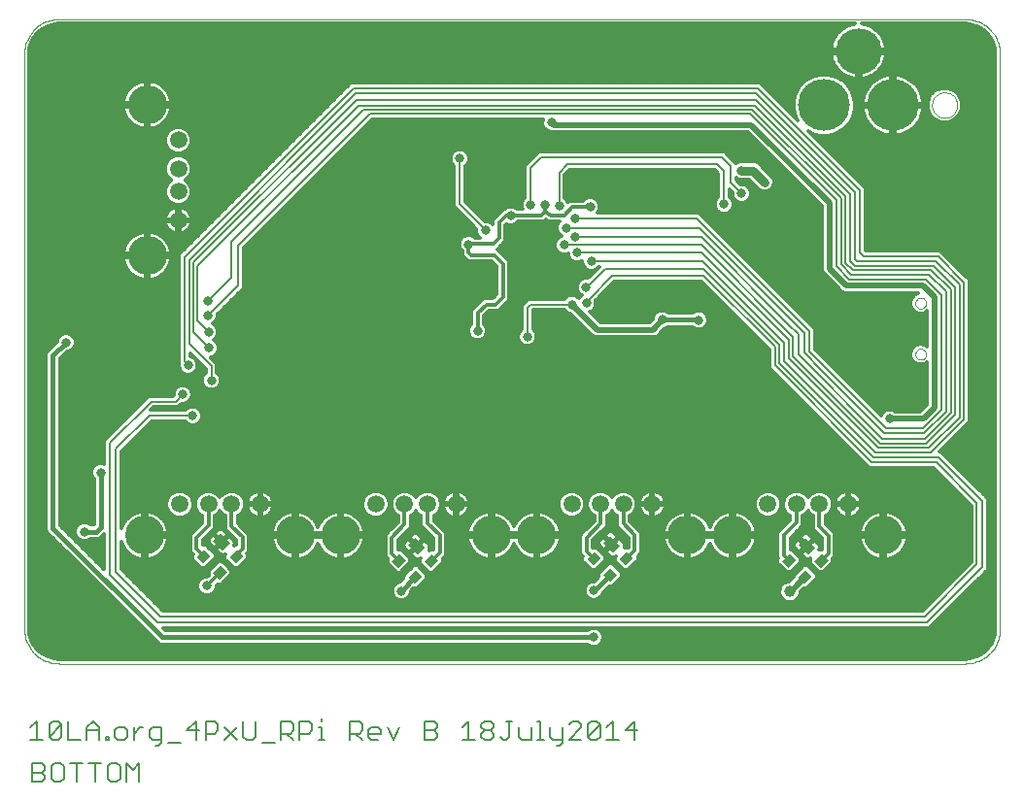
<source format=gbr>
G75*
G70*
%OFA0B0*%
%FSLAX24Y24*%
%IPPOS*%
%LPD*%
%AMOC8*
5,1,8,0,0,1.08239X$1,22.5*
%
%ADD10C,0.0000*%
%ADD11C,0.0060*%
%ADD12C,0.1337*%
%ADD13C,0.0594*%
%ADD14R,0.0315X0.0354*%
%ADD15R,0.0472X0.0354*%
%ADD16C,0.1778*%
%ADD17C,0.1581*%
%ADD18C,0.0317*%
%ADD19C,0.0315*%
%ADD20C,0.0197*%
%ADD21C,0.0071*%
%ADD22C,0.0070*%
%ADD23C,0.0118*%
%ADD24C,0.0157*%
%ADD25C,0.0160*%
%ADD26C,0.0396*%
%ADD27C,0.1542*%
D10*
X179601Y113654D02*
X179601Y133417D01*
X179603Y133483D01*
X179608Y133549D01*
X179618Y133615D01*
X179631Y133680D01*
X179647Y133744D01*
X179667Y133807D01*
X179691Y133869D01*
X179718Y133929D01*
X179748Y133988D01*
X179782Y134045D01*
X179819Y134100D01*
X179859Y134153D01*
X179901Y134204D01*
X179947Y134252D01*
X179995Y134298D01*
X180046Y134340D01*
X180099Y134380D01*
X180154Y134417D01*
X180211Y134451D01*
X180270Y134481D01*
X180330Y134508D01*
X180392Y134532D01*
X180455Y134552D01*
X180519Y134568D01*
X180584Y134581D01*
X180650Y134591D01*
X180716Y134596D01*
X180782Y134598D01*
X180779Y134598D02*
X211885Y134598D01*
X211951Y134596D01*
X212017Y134591D01*
X212083Y134581D01*
X212148Y134568D01*
X212212Y134552D01*
X212275Y134532D01*
X212337Y134508D01*
X212397Y134481D01*
X212456Y134451D01*
X212513Y134417D01*
X212568Y134380D01*
X212621Y134340D01*
X212672Y134298D01*
X212720Y134252D01*
X212766Y134204D01*
X212808Y134153D01*
X212848Y134100D01*
X212885Y134045D01*
X212919Y133988D01*
X212949Y133929D01*
X212976Y133869D01*
X213000Y133807D01*
X213020Y133744D01*
X213036Y133680D01*
X213049Y133615D01*
X213059Y133549D01*
X213064Y133483D01*
X213066Y133417D01*
X213066Y113654D01*
X213064Y113588D01*
X213059Y113522D01*
X213049Y113456D01*
X213036Y113391D01*
X213020Y113327D01*
X213000Y113264D01*
X212976Y113202D01*
X212949Y113142D01*
X212919Y113083D01*
X212885Y113026D01*
X212848Y112971D01*
X212808Y112918D01*
X212766Y112867D01*
X212720Y112819D01*
X212672Y112773D01*
X212621Y112731D01*
X212568Y112691D01*
X212513Y112654D01*
X212456Y112620D01*
X212397Y112590D01*
X212337Y112563D01*
X212275Y112539D01*
X212212Y112519D01*
X212148Y112503D01*
X212083Y112490D01*
X212017Y112480D01*
X211951Y112475D01*
X211885Y112473D01*
X211885Y112472D02*
X180782Y112472D01*
X180782Y112473D02*
X180716Y112475D01*
X180650Y112480D01*
X180584Y112490D01*
X180519Y112503D01*
X180455Y112519D01*
X180392Y112539D01*
X180330Y112563D01*
X180270Y112590D01*
X180211Y112620D01*
X180154Y112654D01*
X180099Y112691D01*
X180046Y112731D01*
X179995Y112773D01*
X179947Y112819D01*
X179901Y112867D01*
X179859Y112918D01*
X179819Y112971D01*
X179782Y113026D01*
X179748Y113083D01*
X179718Y113142D01*
X179691Y113202D01*
X179667Y113264D01*
X179647Y113327D01*
X179631Y113391D01*
X179618Y113456D01*
X179608Y113522D01*
X179603Y113588D01*
X179601Y113654D01*
X210170Y123094D02*
X210172Y123121D01*
X210178Y123147D01*
X210187Y123172D01*
X210200Y123195D01*
X210216Y123216D01*
X210235Y123235D01*
X210256Y123251D01*
X210279Y123264D01*
X210304Y123273D01*
X210330Y123279D01*
X210357Y123281D01*
X210384Y123279D01*
X210410Y123273D01*
X210435Y123264D01*
X210458Y123251D01*
X210479Y123235D01*
X210498Y123216D01*
X210514Y123195D01*
X210527Y123172D01*
X210536Y123147D01*
X210542Y123121D01*
X210544Y123094D01*
X210542Y123067D01*
X210536Y123041D01*
X210527Y123016D01*
X210514Y122993D01*
X210498Y122972D01*
X210479Y122953D01*
X210458Y122937D01*
X210435Y122924D01*
X210410Y122915D01*
X210384Y122909D01*
X210357Y122907D01*
X210330Y122909D01*
X210304Y122915D01*
X210279Y122924D01*
X210256Y122937D01*
X210235Y122953D01*
X210216Y122972D01*
X210200Y122993D01*
X210187Y123016D01*
X210178Y123041D01*
X210172Y123067D01*
X210170Y123094D01*
X210170Y124850D02*
X210172Y124877D01*
X210178Y124903D01*
X210187Y124928D01*
X210200Y124951D01*
X210216Y124972D01*
X210235Y124991D01*
X210256Y125007D01*
X210279Y125020D01*
X210304Y125029D01*
X210330Y125035D01*
X210357Y125037D01*
X210384Y125035D01*
X210410Y125029D01*
X210435Y125020D01*
X210458Y125007D01*
X210479Y124991D01*
X210498Y124972D01*
X210514Y124951D01*
X210527Y124928D01*
X210536Y124903D01*
X210542Y124877D01*
X210544Y124850D01*
X210542Y124823D01*
X210536Y124797D01*
X210527Y124772D01*
X210514Y124749D01*
X210498Y124728D01*
X210479Y124709D01*
X210458Y124693D01*
X210435Y124680D01*
X210410Y124671D01*
X210384Y124665D01*
X210357Y124663D01*
X210330Y124665D01*
X210304Y124671D01*
X210279Y124680D01*
X210256Y124693D01*
X210235Y124709D01*
X210216Y124728D01*
X210200Y124749D01*
X210187Y124772D01*
X210178Y124797D01*
X210172Y124823D01*
X210170Y124850D01*
X210743Y131646D02*
X210745Y131687D01*
X210751Y131728D01*
X210761Y131768D01*
X210774Y131807D01*
X210791Y131844D01*
X210812Y131880D01*
X210836Y131914D01*
X210863Y131945D01*
X210892Y131973D01*
X210925Y131999D01*
X210959Y132021D01*
X210996Y132040D01*
X211034Y132055D01*
X211074Y132067D01*
X211114Y132075D01*
X211155Y132079D01*
X211197Y132079D01*
X211238Y132075D01*
X211278Y132067D01*
X211318Y132055D01*
X211356Y132040D01*
X211392Y132021D01*
X211427Y131999D01*
X211460Y131973D01*
X211489Y131945D01*
X211516Y131914D01*
X211540Y131880D01*
X211561Y131844D01*
X211578Y131807D01*
X211591Y131768D01*
X211601Y131728D01*
X211607Y131687D01*
X211609Y131646D01*
X211607Y131605D01*
X211601Y131564D01*
X211591Y131524D01*
X211578Y131485D01*
X211561Y131448D01*
X211540Y131412D01*
X211516Y131378D01*
X211489Y131347D01*
X211460Y131319D01*
X211427Y131293D01*
X211393Y131271D01*
X211356Y131252D01*
X211318Y131237D01*
X211278Y131225D01*
X211238Y131217D01*
X211197Y131213D01*
X211155Y131213D01*
X211114Y131217D01*
X211074Y131225D01*
X211034Y131237D01*
X210996Y131252D01*
X210960Y131271D01*
X210925Y131293D01*
X210892Y131319D01*
X210863Y131347D01*
X210836Y131378D01*
X210812Y131412D01*
X210791Y131448D01*
X210774Y131485D01*
X210761Y131524D01*
X210751Y131564D01*
X210745Y131605D01*
X210743Y131646D01*
D11*
X180200Y108408D02*
X179879Y108408D01*
X179879Y109048D01*
X180200Y109048D01*
X180306Y108942D01*
X180306Y108835D01*
X180200Y108728D01*
X179879Y108728D01*
X180200Y108728D02*
X180306Y108621D01*
X180306Y108515D01*
X180200Y108408D01*
X180524Y108515D02*
X180631Y108408D01*
X180844Y108408D01*
X180951Y108515D01*
X180951Y108942D01*
X180844Y109048D01*
X180631Y109048D01*
X180524Y108942D01*
X180524Y108515D01*
X181169Y109048D02*
X181596Y109048D01*
X181382Y109048D02*
X181382Y108408D01*
X182027Y108408D02*
X182027Y109048D01*
X182240Y109048D02*
X181813Y109048D01*
X182458Y108942D02*
X182458Y108515D01*
X182564Y108408D01*
X182778Y108408D01*
X182885Y108515D01*
X182885Y108942D01*
X182778Y109048D01*
X182564Y109048D01*
X182458Y108942D01*
X183102Y109048D02*
X183316Y108835D01*
X183529Y109048D01*
X183529Y108408D01*
X183102Y108408D02*
X183102Y109048D01*
X183025Y109853D02*
X183132Y109960D01*
X183132Y110173D01*
X183025Y110280D01*
X182812Y110280D01*
X182705Y110173D01*
X182705Y109960D01*
X182812Y109853D01*
X183025Y109853D01*
X183350Y109853D02*
X183350Y110280D01*
X183563Y110280D02*
X183670Y110280D01*
X183563Y110280D02*
X183350Y110066D01*
X183887Y109960D02*
X183994Y109853D01*
X184314Y109853D01*
X184314Y109746D02*
X184314Y110280D01*
X183994Y110280D01*
X183887Y110173D01*
X183887Y109960D01*
X184100Y109639D02*
X184207Y109639D01*
X184314Y109746D01*
X184531Y109746D02*
X184958Y109746D01*
X185176Y110173D02*
X185603Y110173D01*
X185820Y110066D02*
X186141Y110066D01*
X186247Y110173D01*
X186247Y110387D01*
X186141Y110493D01*
X185820Y110493D01*
X185820Y109853D01*
X185496Y109853D02*
X185496Y110493D01*
X185176Y110173D01*
X186465Y110280D02*
X186892Y109853D01*
X187110Y109960D02*
X187216Y109853D01*
X187430Y109853D01*
X187537Y109960D01*
X187537Y110493D01*
X187110Y110493D02*
X187110Y109960D01*
X186892Y110280D02*
X186465Y109853D01*
X187754Y109746D02*
X188181Y109746D01*
X188399Y109853D02*
X188399Y110493D01*
X188719Y110493D01*
X188826Y110387D01*
X188826Y110173D01*
X188719Y110066D01*
X188399Y110066D01*
X188612Y110066D02*
X188826Y109853D01*
X189043Y109853D02*
X189043Y110493D01*
X189363Y110493D01*
X189470Y110387D01*
X189470Y110173D01*
X189363Y110066D01*
X189043Y110066D01*
X189688Y109853D02*
X189901Y109853D01*
X189794Y109853D02*
X189794Y110280D01*
X189688Y110280D01*
X189794Y110493D02*
X189794Y110600D01*
X190762Y110493D02*
X191082Y110493D01*
X191189Y110387D01*
X191189Y110173D01*
X191082Y110066D01*
X190762Y110066D01*
X190762Y109853D02*
X190762Y110493D01*
X190975Y110066D02*
X191189Y109853D01*
X191407Y109960D02*
X191407Y110173D01*
X191513Y110280D01*
X191727Y110280D01*
X191834Y110173D01*
X191834Y110066D01*
X191407Y110066D01*
X191407Y109960D02*
X191513Y109853D01*
X191727Y109853D01*
X192051Y110280D02*
X192265Y109853D01*
X192478Y110280D01*
X193340Y110173D02*
X193660Y110173D01*
X193767Y110066D01*
X193767Y109960D01*
X193660Y109853D01*
X193340Y109853D01*
X193340Y110493D01*
X193660Y110493D01*
X193767Y110387D01*
X193767Y110280D01*
X193660Y110173D01*
X194629Y110280D02*
X194843Y110493D01*
X194843Y109853D01*
X195056Y109853D02*
X194629Y109853D01*
X195274Y109960D02*
X195274Y110066D01*
X195381Y110173D01*
X195594Y110173D01*
X195701Y110066D01*
X195701Y109960D01*
X195594Y109853D01*
X195381Y109853D01*
X195274Y109960D01*
X195381Y110173D02*
X195274Y110280D01*
X195274Y110387D01*
X195381Y110493D01*
X195594Y110493D01*
X195701Y110387D01*
X195701Y110280D01*
X195594Y110173D01*
X195918Y109960D02*
X196025Y109853D01*
X196132Y109853D01*
X196239Y109960D01*
X196239Y110493D01*
X196345Y110493D02*
X196132Y110493D01*
X196563Y110280D02*
X196563Y109960D01*
X196670Y109853D01*
X196990Y109853D01*
X196990Y110280D01*
X197207Y110493D02*
X197314Y110493D01*
X197314Y109853D01*
X197207Y109853D02*
X197421Y109853D01*
X197637Y109960D02*
X197744Y109853D01*
X198064Y109853D01*
X198064Y109746D02*
X197957Y109639D01*
X197851Y109639D01*
X198064Y109746D02*
X198064Y110280D01*
X198282Y110387D02*
X198388Y110493D01*
X198602Y110493D01*
X198709Y110387D01*
X198709Y110280D01*
X198282Y109853D01*
X198709Y109853D01*
X198926Y109960D02*
X199353Y110387D01*
X199353Y109960D01*
X199247Y109853D01*
X199033Y109853D01*
X198926Y109960D01*
X198926Y110387D01*
X199033Y110493D01*
X199247Y110493D01*
X199353Y110387D01*
X199571Y110280D02*
X199784Y110493D01*
X199784Y109853D01*
X199571Y109853D02*
X199998Y109853D01*
X200215Y110173D02*
X200536Y110493D01*
X200536Y109853D01*
X200642Y110173D02*
X200215Y110173D01*
X197637Y110280D02*
X197637Y109960D01*
X182490Y109960D02*
X182490Y109853D01*
X182383Y109853D01*
X182383Y109960D01*
X182490Y109960D01*
X182165Y109853D02*
X182165Y110280D01*
X181952Y110493D01*
X181738Y110280D01*
X181738Y109853D01*
X181521Y109853D02*
X181094Y109853D01*
X181094Y110493D01*
X180876Y110387D02*
X180449Y109960D01*
X180556Y109853D01*
X180769Y109853D01*
X180876Y109960D01*
X180876Y110387D01*
X180769Y110493D01*
X180556Y110493D01*
X180449Y110387D01*
X180449Y109960D01*
X180232Y109853D02*
X179805Y109853D01*
X180018Y109853D02*
X180018Y110493D01*
X179805Y110280D01*
X181738Y110173D02*
X182165Y110173D01*
D12*
X183727Y116882D03*
X188901Y116882D03*
X190452Y116882D03*
X195625Y116882D03*
X197174Y116882D03*
X202347Y116882D03*
X203899Y116882D03*
X209072Y116882D03*
X183816Y126482D03*
X183816Y131656D03*
D13*
X184883Y130447D03*
X184883Y129463D03*
X184883Y128675D03*
X184883Y127691D03*
X184936Y117949D03*
X185920Y117949D03*
X186708Y117949D03*
X187692Y117949D03*
X191660Y117949D03*
X192645Y117949D03*
X193432Y117949D03*
X194416Y117949D03*
X198383Y117949D03*
X199367Y117949D03*
X200155Y117949D03*
X201139Y117949D03*
X205107Y117949D03*
X206092Y117949D03*
X206879Y117949D03*
X207863Y117949D03*
D14*
G36*
X206935Y115772D02*
X206713Y115994D01*
X206963Y116244D01*
X207185Y116022D01*
X206935Y115772D01*
G37*
G36*
X206379Y115215D02*
X206157Y115437D01*
X206407Y115687D01*
X206629Y115465D01*
X206379Y115215D01*
G37*
G36*
X205822Y115772D02*
X205600Y115994D01*
X205850Y116244D01*
X206072Y116022D01*
X205822Y115772D01*
G37*
G36*
X200243Y115841D02*
X200021Y116063D01*
X200271Y116313D01*
X200493Y116091D01*
X200243Y115841D01*
G37*
G36*
X199686Y115284D02*
X199464Y115506D01*
X199714Y115756D01*
X199936Y115534D01*
X199686Y115284D01*
G37*
G36*
X199129Y115841D02*
X198907Y116063D01*
X199157Y116313D01*
X199379Y116091D01*
X199129Y115841D01*
G37*
G36*
X193550Y115764D02*
X193328Y115986D01*
X193578Y116236D01*
X193800Y116014D01*
X193550Y115764D01*
G37*
G36*
X192993Y115207D02*
X192771Y115429D01*
X193021Y115679D01*
X193243Y115457D01*
X192993Y115207D01*
G37*
G36*
X192436Y115764D02*
X192214Y115986D01*
X192464Y116236D01*
X192686Y116014D01*
X192436Y115764D01*
G37*
G36*
X186855Y115914D02*
X186633Y116136D01*
X186883Y116386D01*
X187105Y116164D01*
X186855Y115914D01*
G37*
G36*
X186298Y115357D02*
X186076Y115579D01*
X186326Y115829D01*
X186548Y115607D01*
X186298Y115357D01*
G37*
G36*
X185741Y115914D02*
X185519Y116136D01*
X185769Y116386D01*
X185991Y116164D01*
X185741Y115914D01*
G37*
D15*
G36*
X186409Y116359D02*
X186076Y116692D01*
X186327Y116943D01*
X186660Y116610D01*
X186409Y116359D01*
G37*
G36*
X193104Y116209D02*
X192771Y116542D01*
X193022Y116793D01*
X193355Y116460D01*
X193104Y116209D01*
G37*
G36*
X199796Y116286D02*
X199463Y116619D01*
X199714Y116870D01*
X200047Y116537D01*
X199796Y116286D01*
G37*
G36*
X206489Y116217D02*
X206156Y116550D01*
X206407Y116801D01*
X206740Y116468D01*
X206489Y116217D01*
G37*
D16*
X207042Y131646D03*
X209405Y131646D03*
D17*
X208223Y133496D03*
D18*
X204999Y128996D03*
X204208Y128614D03*
X203609Y128240D03*
X203129Y128563D03*
X203129Y127854D03*
X204208Y129402D03*
X204015Y129839D03*
X205090Y127630D03*
X200861Y125331D03*
X200861Y124780D03*
X201483Y124276D03*
X202735Y124272D03*
X204621Y122941D03*
X205625Y120606D03*
X207023Y123811D03*
X209282Y120878D03*
X200861Y122705D03*
X200548Y120531D03*
X199082Y120551D03*
X198499Y124031D03*
X198389Y124803D03*
X198889Y124839D03*
X198869Y125394D03*
X199050Y126287D03*
X198566Y126575D03*
X198121Y126846D03*
X198495Y127118D03*
X198184Y127433D03*
X198499Y127748D03*
X199015Y128157D03*
X197948Y128201D03*
X197479Y128209D03*
X196968Y128217D03*
X196282Y127850D03*
X195444Y127913D03*
X195428Y127346D03*
X194842Y126870D03*
X196534Y126071D03*
X197192Y126071D03*
X197188Y125264D03*
X196507Y125268D03*
X196857Y123693D03*
X195149Y123894D03*
X192511Y124437D03*
X192255Y120846D03*
X194125Y120512D03*
X187160Y120882D03*
X186015Y122201D03*
X185227Y122717D03*
X185944Y123307D03*
X185928Y123858D03*
X185901Y124425D03*
X185881Y124917D03*
X187708Y126508D03*
X185034Y121720D03*
X185373Y120984D03*
X182223Y119035D03*
X181664Y117004D03*
X185865Y115142D03*
X192534Y114969D03*
X199133Y114976D03*
X199137Y113374D03*
X181164Y122177D03*
X181034Y123496D03*
X181066Y124484D03*
X193731Y129839D03*
X194538Y129811D03*
X197696Y131047D03*
D19*
X204208Y129402D02*
X204601Y129402D01*
X204999Y128996D01*
D20*
X204542Y130969D02*
X207227Y128283D01*
X207227Y126031D01*
X207810Y125449D01*
X210428Y125449D01*
X210834Y125043D01*
X210834Y121264D01*
X210448Y120878D01*
X209282Y120878D01*
X201483Y124276D02*
X201180Y123933D01*
X199259Y123933D01*
X198389Y124803D01*
X197775Y130969D02*
X197696Y131047D01*
X197775Y130969D02*
X203550Y130969D01*
X204542Y130969D01*
D21*
X203641Y131638D02*
X191050Y131638D01*
X191219Y131492D02*
X186688Y126961D01*
X186688Y126252D01*
X186924Y125780D02*
X186924Y126823D01*
X198121Y126846D02*
X202822Y126846D01*
X205979Y123689D01*
X205979Y123024D01*
X208971Y120031D01*
X210546Y120031D01*
X211534Y121020D01*
X211534Y125335D01*
X211684Y125417D02*
X211684Y120933D01*
X210625Y119874D01*
X208893Y119874D01*
X205822Y122945D01*
X205822Y123575D01*
X202822Y126575D01*
X198566Y126575D01*
X198495Y127118D02*
X202830Y127118D01*
X205810Y124118D01*
X206149Y123776D01*
X206176Y123740D01*
X206172Y123736D01*
X206172Y123079D01*
X209046Y120205D01*
X210499Y120205D01*
X211381Y121087D01*
X211381Y125240D01*
X211219Y125161D02*
X211219Y121134D01*
X210471Y120386D01*
X209090Y120386D01*
X207790Y121685D01*
X206924Y122571D01*
X206353Y123142D01*
X206353Y123831D01*
X202751Y127433D01*
X198184Y127433D01*
X198499Y127748D02*
X202672Y127748D01*
X206531Y123890D01*
X206531Y123181D01*
X209149Y120563D01*
X208814Y119717D02*
X205664Y122866D01*
X205664Y123496D01*
X202873Y126287D01*
X199050Y126287D01*
X199523Y126016D02*
X202908Y126016D01*
X205507Y123417D01*
X205507Y122787D01*
X208735Y119559D01*
X210960Y119559D01*
X212456Y118063D01*
X212279Y117984D02*
X210881Y119382D01*
X208676Y119382D01*
X205349Y122709D01*
X205349Y123339D01*
X202908Y125780D01*
X199759Y125780D01*
X198952Y124972D01*
X198952Y124894D01*
X198901Y125394D02*
X199523Y126016D01*
X198901Y125394D02*
X198873Y125394D01*
X208814Y119717D02*
X210688Y119717D01*
X211842Y120870D01*
X211842Y125500D01*
D22*
X211842Y125559D01*
X210948Y126453D01*
X208385Y126453D01*
X208255Y126583D01*
X208255Y128724D01*
X204767Y132213D01*
X203767Y132213D01*
X190885Y132213D01*
X185101Y126429D01*
X185101Y122843D01*
X185227Y122717D01*
X185255Y123441D02*
X185255Y126335D01*
X190964Y132043D01*
X203696Y132043D01*
X204700Y132043D01*
X208086Y128657D01*
X208086Y126370D01*
X208164Y126291D01*
X210869Y126291D01*
X211684Y125476D01*
X211684Y125417D01*
X211534Y125390D02*
X210794Y126130D01*
X208094Y126130D01*
X207932Y126291D01*
X207932Y128594D01*
X204692Y131835D01*
X203684Y131835D01*
X190987Y131835D01*
X185397Y126244D01*
X185397Y123854D01*
X185944Y123307D01*
X185928Y123858D02*
X185538Y124248D01*
X185538Y126126D01*
X191050Y131638D01*
X191223Y131496D02*
X191219Y131492D01*
X191223Y131496D02*
X203578Y131496D01*
X204570Y131496D01*
X207625Y128441D01*
X207625Y126177D01*
X207975Y125827D01*
X210633Y125827D01*
X211219Y125240D01*
X211219Y125161D01*
X211070Y125106D02*
X210519Y125657D01*
X207912Y125657D01*
X207460Y126110D01*
X207460Y128374D01*
X204483Y131350D01*
X203511Y131350D01*
X191452Y131350D01*
X186924Y126823D01*
X186688Y126252D02*
X186688Y125724D01*
X185881Y124917D01*
X185901Y124425D02*
X186924Y125449D01*
X186924Y125780D01*
X185255Y123441D02*
X186015Y122681D01*
X186015Y122201D01*
X185034Y121720D02*
X184786Y121472D01*
X183948Y121472D01*
X182523Y120047D01*
X182523Y115516D01*
X184149Y113890D01*
X210574Y113890D01*
X212456Y115776D01*
X212456Y118063D01*
X212279Y117984D02*
X212279Y115878D01*
X210499Y114098D01*
X184275Y114098D01*
X182739Y115634D01*
X182739Y119843D01*
X183881Y120984D01*
X185373Y120984D01*
X185507Y116803D02*
X185511Y116803D01*
X185755Y116161D02*
X185755Y116150D01*
X186869Y116150D02*
X186869Y116197D01*
X196857Y123693D02*
X196857Y124681D01*
X196979Y124803D01*
X198389Y124803D01*
X198889Y124839D02*
X198912Y124894D01*
X198952Y124894D01*
X198869Y125394D02*
X198873Y125394D01*
X197948Y128201D02*
X197948Y129331D01*
X198223Y129606D01*
X203369Y129606D01*
X203601Y129374D01*
X203601Y128248D01*
X203609Y128240D01*
X204208Y128614D02*
X203826Y128996D01*
X203826Y129563D01*
X203542Y129846D01*
X197322Y129846D01*
X196968Y129492D01*
X196968Y128217D01*
X196282Y127850D02*
X196259Y127858D01*
X195428Y127354D02*
X194538Y128244D01*
X194538Y129811D01*
X195428Y127354D02*
X195428Y127346D01*
X203641Y131638D02*
X204653Y131638D01*
X207779Y128512D01*
X207779Y126236D01*
X208034Y125980D01*
X210708Y125980D01*
X211381Y125307D01*
X211381Y125240D01*
X211534Y125335D02*
X211534Y125390D01*
X211070Y125106D02*
X211070Y121193D01*
X210440Y120563D01*
X209149Y120563D01*
D23*
X208988Y120998D02*
X206725Y123262D01*
X206725Y123970D01*
X206611Y124084D01*
X202867Y127829D01*
X202753Y127943D01*
X199249Y127943D01*
X199284Y127977D01*
X199333Y128094D01*
X199333Y128221D01*
X199284Y128337D01*
X199195Y128427D01*
X199078Y128475D01*
X198952Y128475D01*
X198891Y128450D01*
X198850Y128450D01*
X198771Y128372D01*
X198314Y128372D01*
X198248Y128306D01*
X198217Y128381D01*
X198142Y128456D01*
X198142Y129250D01*
X198304Y129412D01*
X203289Y129412D01*
X203407Y129294D01*
X203407Y128488D01*
X203340Y128420D01*
X203291Y128303D01*
X203291Y128177D01*
X203340Y128060D01*
X203429Y127971D01*
X203546Y127922D01*
X203672Y127922D01*
X203789Y127971D01*
X203879Y128060D01*
X203927Y128177D01*
X203927Y128303D01*
X203879Y128420D01*
X203795Y128503D01*
X203795Y128752D01*
X203890Y128658D01*
X203890Y128551D01*
X203938Y128434D01*
X204028Y128345D01*
X204144Y128296D01*
X204271Y128296D01*
X204388Y128345D01*
X204477Y128434D01*
X204525Y128551D01*
X204525Y128677D01*
X204477Y128794D01*
X204388Y128884D01*
X204271Y128932D01*
X204164Y128932D01*
X204020Y129076D01*
X204020Y129140D01*
X204028Y129132D01*
X204144Y129084D01*
X204271Y129084D01*
X204274Y129085D01*
X204468Y129085D01*
X204728Y128821D01*
X204730Y128816D01*
X204819Y128727D01*
X204936Y128678D01*
X205062Y128678D01*
X205179Y128727D01*
X205268Y128816D01*
X205317Y128933D01*
X205317Y129059D01*
X205268Y129176D01*
X205179Y129265D01*
X205178Y129266D01*
X204870Y129579D01*
X204870Y129581D01*
X204826Y129624D01*
X204783Y129668D01*
X204782Y129669D01*
X204781Y129670D01*
X204724Y129693D01*
X204667Y129717D01*
X204666Y129717D01*
X204664Y129718D01*
X204603Y129718D01*
X204542Y129719D01*
X204540Y129718D01*
X204274Y129718D01*
X204271Y129719D01*
X204144Y129719D01*
X204028Y129671D01*
X204010Y129653D01*
X203906Y129757D01*
X203623Y130041D01*
X197241Y130041D01*
X197128Y129927D01*
X196773Y129573D01*
X196773Y128472D01*
X196698Y128397D01*
X196650Y128280D01*
X196650Y128153D01*
X196682Y128076D01*
X196506Y128076D01*
X196462Y128120D01*
X196346Y128168D01*
X196219Y128168D01*
X196102Y128120D01*
X196059Y128076D01*
X196043Y128076D01*
X195915Y127949D01*
X195675Y127708D01*
X195675Y127549D01*
X195608Y127616D01*
X195491Y127664D01*
X195393Y127664D01*
X194732Y128324D01*
X194732Y129556D01*
X194808Y129631D01*
X194856Y129748D01*
X194856Y129874D01*
X194808Y129991D01*
X194718Y130080D01*
X194602Y130129D01*
X194475Y130129D01*
X194358Y130080D01*
X194269Y129991D01*
X194221Y129874D01*
X194221Y129748D01*
X194269Y129631D01*
X194344Y129556D01*
X194344Y128164D01*
X194458Y128050D01*
X195110Y127398D01*
X195110Y127283D01*
X195159Y127166D01*
X195221Y127104D01*
X195057Y127104D01*
X195022Y127139D01*
X194905Y127188D01*
X194778Y127188D01*
X194662Y127139D01*
X194572Y127050D01*
X194524Y126933D01*
X194524Y126807D01*
X194572Y126690D01*
X194623Y126639D01*
X194623Y126496D01*
X194751Y126369D01*
X194842Y126278D01*
X195637Y126278D01*
X195808Y126107D01*
X195808Y125149D01*
X195680Y125021D01*
X195357Y125021D01*
X195062Y124726D01*
X194934Y124598D01*
X194934Y124571D01*
X194931Y124567D01*
X194931Y124125D01*
X194879Y124074D01*
X194831Y123957D01*
X194831Y123830D01*
X194879Y123714D01*
X194969Y123624D01*
X195085Y123576D01*
X195212Y123576D01*
X195329Y123624D01*
X195418Y123714D01*
X195466Y123830D01*
X195466Y123957D01*
X195418Y124074D01*
X195367Y124125D01*
X195367Y124386D01*
X195371Y124390D01*
X195371Y124418D01*
X195538Y124585D01*
X195861Y124585D01*
X196117Y124841D01*
X196245Y124969D01*
X196245Y126287D01*
X195829Y126703D01*
X195922Y126795D01*
X195922Y126795D01*
X195983Y126857D01*
X196111Y126984D01*
X196111Y127528D01*
X196146Y127563D01*
X196219Y127533D01*
X196346Y127533D01*
X196462Y127581D01*
X196522Y127640D01*
X197436Y127640D01*
X197503Y127708D01*
X197515Y127699D01*
X197566Y127648D01*
X197587Y127648D01*
X197604Y127636D01*
X197675Y127648D01*
X197950Y127648D01*
X197915Y127613D01*
X197866Y127496D01*
X197866Y127370D01*
X197915Y127253D01*
X198004Y127164D01*
X198030Y127153D01*
X197941Y127116D01*
X197852Y127026D01*
X197803Y126910D01*
X197803Y126783D01*
X197852Y126666D01*
X197941Y126577D01*
X198058Y126529D01*
X198184Y126529D01*
X198248Y126555D01*
X198248Y126512D01*
X198297Y126395D01*
X198386Y126305D01*
X198503Y126257D01*
X198629Y126257D01*
X198732Y126300D01*
X198732Y126224D01*
X198781Y126107D01*
X198870Y126018D01*
X198987Y125970D01*
X199113Y125970D01*
X199230Y126018D01*
X199305Y126093D01*
X199325Y126093D01*
X198940Y125708D01*
X198932Y125711D01*
X198806Y125711D01*
X198689Y125663D01*
X198600Y125574D01*
X198551Y125457D01*
X198551Y125330D01*
X198600Y125214D01*
X198689Y125124D01*
X198719Y125112D01*
X198709Y125108D01*
X198621Y125020D01*
X198569Y125073D01*
X198452Y125121D01*
X198326Y125121D01*
X198209Y125073D01*
X198133Y124997D01*
X196899Y124997D01*
X196785Y124884D01*
X196663Y124761D01*
X196663Y123948D01*
X196588Y123873D01*
X196539Y123756D01*
X196539Y123630D01*
X196588Y123513D01*
X196677Y123423D01*
X196794Y123375D01*
X196920Y123375D01*
X197037Y123423D01*
X197127Y123513D01*
X197175Y123630D01*
X197175Y123756D01*
X197127Y123873D01*
X197051Y123948D01*
X197051Y124601D01*
X197060Y124609D01*
X198133Y124609D01*
X198209Y124534D01*
X198326Y124485D01*
X198342Y124485D01*
X199041Y123787D01*
X199113Y123715D01*
X199208Y123676D01*
X201137Y123676D01*
X201145Y123673D01*
X201188Y123676D01*
X201231Y123676D01*
X201239Y123679D01*
X201247Y123679D01*
X201286Y123698D01*
X201326Y123715D01*
X201332Y123721D01*
X201339Y123724D01*
X201368Y123757D01*
X201398Y123787D01*
X201401Y123795D01*
X201546Y123958D01*
X201546Y123958D01*
X201663Y124006D01*
X201695Y124038D01*
X202520Y124038D01*
X202555Y124002D01*
X202672Y123954D01*
X202798Y123954D01*
X202915Y124002D01*
X203005Y124092D01*
X203053Y124208D01*
X203053Y124335D01*
X203005Y124452D01*
X202915Y124541D01*
X202798Y124589D01*
X202672Y124589D01*
X202555Y124541D01*
X202528Y124513D01*
X201695Y124513D01*
X201663Y124545D01*
X201546Y124593D01*
X201420Y124593D01*
X201303Y124545D01*
X201214Y124456D01*
X201165Y124339D01*
X201165Y124305D01*
X201064Y124191D01*
X199366Y124191D01*
X199011Y124545D01*
X199069Y124569D01*
X199158Y124659D01*
X199207Y124775D01*
X199207Y124902D01*
X199192Y124937D01*
X199839Y125585D01*
X202828Y125585D01*
X205155Y123258D01*
X205155Y122628D01*
X208482Y119301D01*
X208596Y119187D01*
X210800Y119187D01*
X212084Y117903D01*
X212084Y115958D01*
X210419Y114292D01*
X184355Y114292D01*
X182933Y115714D01*
X182933Y116648D01*
X182942Y116615D01*
X182984Y116515D01*
X183038Y116421D01*
X183104Y116335D01*
X183181Y116258D01*
X183267Y116192D01*
X183361Y116138D01*
X183461Y116097D01*
X183566Y116068D01*
X183668Y116055D01*
X183668Y116823D01*
X183786Y116823D01*
X183786Y116055D01*
X183889Y116068D01*
X183994Y116097D01*
X184094Y116138D01*
X184188Y116192D01*
X184274Y116258D01*
X184351Y116335D01*
X184417Y116421D01*
X184471Y116515D01*
X184513Y116615D01*
X184541Y116720D01*
X184554Y116823D01*
X183786Y116823D01*
X183786Y116941D01*
X183668Y116941D01*
X183668Y117709D01*
X183566Y117695D01*
X183461Y117667D01*
X183361Y117626D01*
X183267Y117571D01*
X183181Y117505D01*
X183104Y117429D01*
X183038Y117343D01*
X182984Y117249D01*
X182942Y117148D01*
X182933Y117116D01*
X182933Y119762D01*
X183961Y120790D01*
X185118Y120790D01*
X185193Y120715D01*
X185310Y120666D01*
X185436Y120666D01*
X185553Y120715D01*
X185642Y120804D01*
X185691Y120921D01*
X185691Y121047D01*
X185642Y121164D01*
X185553Y121254D01*
X185436Y121302D01*
X185310Y121302D01*
X185193Y121254D01*
X185118Y121178D01*
X183928Y121178D01*
X184028Y121278D01*
X184867Y121278D01*
X184991Y121403D01*
X185098Y121403D01*
X185214Y121451D01*
X185304Y121540D01*
X185352Y121657D01*
X185352Y121784D01*
X185304Y121900D01*
X185214Y121990D01*
X185098Y122038D01*
X184971Y122038D01*
X184854Y121990D01*
X184765Y121900D01*
X184717Y121784D01*
X184717Y121677D01*
X184706Y121666D01*
X183867Y121666D01*
X183754Y121553D01*
X182329Y120128D01*
X182329Y119336D01*
X182287Y119353D01*
X182160Y119353D01*
X182043Y119305D01*
X181954Y119215D01*
X181906Y119099D01*
X181906Y118972D01*
X181954Y118855D01*
X181986Y118824D01*
X181986Y117260D01*
X181967Y117242D01*
X181876Y117242D01*
X181844Y117273D01*
X181728Y117322D01*
X181601Y117322D01*
X181484Y117273D01*
X181395Y117184D01*
X181347Y117067D01*
X181347Y116941D01*
X181395Y116824D01*
X181484Y116735D01*
X181601Y116686D01*
X181728Y116686D01*
X181844Y116735D01*
X181876Y116766D01*
X182164Y116766D01*
X182304Y116905D01*
X182322Y116924D01*
X182329Y116930D01*
X182329Y115717D01*
X180816Y117230D01*
X180816Y122941D01*
X181053Y123178D01*
X181098Y123178D01*
X181214Y123227D01*
X181304Y123316D01*
X181352Y123433D01*
X181352Y123559D01*
X181304Y123676D01*
X181214Y123765D01*
X181098Y123814D01*
X180971Y123814D01*
X180854Y123765D01*
X180765Y123676D01*
X180717Y123559D01*
X180717Y123515D01*
X180340Y123138D01*
X180340Y117181D01*
X180339Y117177D01*
X180339Y117082D01*
X180340Y117079D01*
X180340Y117031D01*
X180374Y116998D01*
X180375Y116995D01*
X184131Y113239D01*
X184198Y113171D01*
X184286Y113135D01*
X198926Y113135D01*
X198957Y113105D01*
X199074Y113056D01*
X199200Y113056D01*
X199317Y113105D01*
X199406Y113194D01*
X199455Y113311D01*
X199455Y113437D01*
X199406Y113554D01*
X199317Y113643D01*
X199200Y113692D01*
X199074Y113692D01*
X198957Y113643D01*
X198926Y113613D01*
X184433Y113613D01*
X184350Y113696D01*
X210494Y113696D01*
X210574Y113696D01*
X210654Y113696D01*
X210654Y113696D01*
X210654Y113696D01*
X210711Y113752D01*
X210768Y113809D01*
X210768Y113810D01*
X212593Y115638D01*
X212650Y115695D01*
X212650Y115695D01*
X212650Y115695D01*
X212650Y115776D01*
X212650Y117982D01*
X212650Y117982D01*
X212650Y118144D01*
X211040Y119754D01*
X211000Y119754D01*
X211922Y120676D01*
X212036Y120790D01*
X212036Y125581D01*
X212036Y125639D01*
X211142Y126533D01*
X211028Y126647D01*
X208465Y126647D01*
X208449Y126663D01*
X208449Y128805D01*
X206512Y130742D01*
X206638Y130669D01*
X206904Y130598D01*
X207180Y130598D01*
X207447Y130669D01*
X207686Y130807D01*
X207881Y131002D01*
X208019Y131241D01*
X208090Y131508D01*
X208090Y131784D01*
X208019Y132050D01*
X207881Y132289D01*
X207686Y132484D01*
X207447Y132622D01*
X207180Y132694D01*
X206904Y132694D01*
X206638Y132622D01*
X206399Y132484D01*
X206204Y132289D01*
X206066Y132050D01*
X205994Y131784D01*
X205994Y131508D01*
X206066Y131241D01*
X206138Y131116D01*
X204961Y132293D01*
X204847Y132407D01*
X190804Y132407D01*
X184907Y126510D01*
X184907Y122762D01*
X184910Y122760D01*
X184910Y122653D01*
X184958Y122537D01*
X185047Y122447D01*
X185164Y122399D01*
X185291Y122399D01*
X185407Y122447D01*
X185497Y122537D01*
X185545Y122653D01*
X185545Y122780D01*
X185497Y122897D01*
X185407Y122986D01*
X185295Y123032D01*
X185295Y123126D01*
X185821Y122601D01*
X185821Y122456D01*
X185745Y122381D01*
X185697Y122264D01*
X185697Y122138D01*
X185745Y122021D01*
X185835Y121931D01*
X185952Y121883D01*
X186078Y121883D01*
X186195Y121931D01*
X186284Y122021D01*
X186333Y122138D01*
X186333Y122264D01*
X186284Y122381D01*
X186209Y122456D01*
X186209Y122761D01*
X185981Y122989D01*
X186007Y122989D01*
X186124Y123038D01*
X186213Y123127D01*
X186262Y123244D01*
X186262Y123370D01*
X186213Y123487D01*
X186124Y123576D01*
X186101Y123586D01*
X186108Y123589D01*
X186198Y123678D01*
X186246Y123795D01*
X186246Y123921D01*
X186198Y124038D01*
X186108Y124128D01*
X186060Y124147D01*
X186081Y124156D01*
X186170Y124245D01*
X186218Y124362D01*
X186218Y124469D01*
X187118Y125368D01*
X187118Y125699D01*
X187119Y125699D01*
X187119Y126743D01*
X191532Y131156D01*
X197397Y131156D01*
X197378Y131110D01*
X197378Y130984D01*
X197426Y130867D01*
X197516Y130778D01*
X197633Y130729D01*
X197679Y130729D01*
X197723Y130711D01*
X204436Y130711D01*
X206970Y128177D01*
X206970Y125980D01*
X207009Y125886D01*
X207082Y125813D01*
X207664Y125231D01*
X207759Y125191D01*
X210276Y125191D01*
X210161Y125144D01*
X210064Y125046D01*
X210011Y124919D01*
X210011Y124782D01*
X210064Y124654D01*
X210161Y124557D01*
X210288Y124504D01*
X210426Y124504D01*
X210553Y124557D01*
X210576Y124580D01*
X210576Y123365D01*
X210553Y123388D01*
X210426Y123441D01*
X210288Y123441D01*
X210161Y123388D01*
X210064Y123291D01*
X210011Y123163D01*
X210011Y123026D01*
X210064Y122898D01*
X210161Y122801D01*
X210288Y122748D01*
X210426Y122748D01*
X210553Y122801D01*
X210576Y122824D01*
X210576Y121370D01*
X210341Y121135D01*
X209474Y121135D01*
X209462Y121147D01*
X209346Y121196D01*
X209219Y121196D01*
X209102Y121147D01*
X209013Y121058D01*
X208988Y120998D01*
X209057Y121102D02*
X208885Y121102D01*
X208768Y121218D02*
X210424Y121218D01*
X210541Y121335D02*
X208652Y121335D01*
X208535Y121451D02*
X210576Y121451D01*
X210576Y121568D02*
X208419Y121568D01*
X208302Y121685D02*
X210576Y121685D01*
X210576Y121801D02*
X208185Y121801D01*
X208069Y121918D02*
X210576Y121918D01*
X210576Y122035D02*
X207952Y122035D01*
X207836Y122151D02*
X210576Y122151D01*
X210576Y122268D02*
X207719Y122268D01*
X207602Y122384D02*
X210576Y122384D01*
X210576Y122501D02*
X207486Y122501D01*
X207369Y122618D02*
X210576Y122618D01*
X210576Y122734D02*
X207252Y122734D01*
X207136Y122851D02*
X210112Y122851D01*
X210035Y122967D02*
X207019Y122967D01*
X206903Y123084D02*
X210011Y123084D01*
X210027Y123201D02*
X206786Y123201D01*
X206725Y123317D02*
X210091Y123317D01*
X210272Y123434D02*
X206725Y123434D01*
X206725Y123550D02*
X210576Y123550D01*
X210576Y123434D02*
X210442Y123434D01*
X210576Y123667D02*
X206725Y123667D01*
X206725Y123784D02*
X210576Y123784D01*
X210576Y123900D02*
X206725Y123900D01*
X206678Y124017D02*
X210576Y124017D01*
X210576Y124133D02*
X206562Y124133D01*
X206445Y124250D02*
X210576Y124250D01*
X210576Y124367D02*
X206329Y124367D01*
X206212Y124483D02*
X210576Y124483D01*
X210118Y124600D02*
X206095Y124600D01*
X205979Y124717D02*
X210038Y124717D01*
X210011Y124833D02*
X205862Y124833D01*
X205746Y124950D02*
X210024Y124950D01*
X210084Y125066D02*
X205629Y125066D01*
X205512Y125183D02*
X210256Y125183D01*
X211326Y126349D02*
X212907Y126349D01*
X212907Y126232D02*
X211443Y126232D01*
X211559Y126116D02*
X212907Y126116D01*
X212907Y125999D02*
X211676Y125999D01*
X211792Y125883D02*
X212907Y125883D01*
X212907Y125766D02*
X211909Y125766D01*
X212026Y125649D02*
X212907Y125649D01*
X212907Y125533D02*
X212036Y125533D01*
X212036Y125581D02*
X212036Y125581D01*
X212036Y125416D02*
X212907Y125416D01*
X212907Y125300D02*
X212036Y125300D01*
X212036Y125183D02*
X212907Y125183D01*
X212907Y125066D02*
X212036Y125066D01*
X212036Y124950D02*
X212907Y124950D01*
X212907Y124833D02*
X212036Y124833D01*
X212036Y124717D02*
X212907Y124717D01*
X212907Y124600D02*
X212036Y124600D01*
X212036Y124483D02*
X212907Y124483D01*
X212907Y124367D02*
X212036Y124367D01*
X212036Y124250D02*
X212907Y124250D01*
X212907Y124133D02*
X212036Y124133D01*
X212036Y124017D02*
X212907Y124017D01*
X212907Y123900D02*
X212036Y123900D01*
X212036Y123784D02*
X212907Y123784D01*
X212907Y123667D02*
X212036Y123667D01*
X212036Y123550D02*
X212907Y123550D01*
X212907Y123434D02*
X212036Y123434D01*
X212036Y123317D02*
X212907Y123317D01*
X212907Y123201D02*
X212036Y123201D01*
X212036Y123084D02*
X212907Y123084D01*
X212907Y122967D02*
X212036Y122967D01*
X212036Y122851D02*
X212907Y122851D01*
X212907Y122734D02*
X212036Y122734D01*
X212036Y122618D02*
X212907Y122618D01*
X212907Y122501D02*
X212036Y122501D01*
X212036Y122384D02*
X212907Y122384D01*
X212907Y122268D02*
X212036Y122268D01*
X212036Y122151D02*
X212907Y122151D01*
X212907Y122035D02*
X212036Y122035D01*
X212036Y121918D02*
X212907Y121918D01*
X212907Y121801D02*
X212036Y121801D01*
X212036Y121685D02*
X212907Y121685D01*
X212907Y121568D02*
X212036Y121568D01*
X212036Y121451D02*
X212907Y121451D01*
X212907Y121335D02*
X212036Y121335D01*
X212036Y121218D02*
X212907Y121218D01*
X212907Y121102D02*
X212036Y121102D01*
X212036Y120985D02*
X212907Y120985D01*
X212907Y120868D02*
X212036Y120868D01*
X211998Y120752D02*
X212907Y120752D01*
X212907Y120635D02*
X211882Y120635D01*
X211765Y120519D02*
X212907Y120519D01*
X212907Y120402D02*
X211648Y120402D01*
X211532Y120285D02*
X212907Y120285D01*
X212907Y120169D02*
X211415Y120169D01*
X211299Y120052D02*
X212907Y120052D01*
X212907Y119936D02*
X211182Y119936D01*
X211065Y119819D02*
X212907Y119819D01*
X212907Y119702D02*
X211091Y119702D01*
X211208Y119586D02*
X212907Y119586D01*
X212907Y119469D02*
X211325Y119469D01*
X211441Y119352D02*
X212907Y119352D01*
X212907Y119236D02*
X211558Y119236D01*
X211675Y119119D02*
X212907Y119119D01*
X212907Y119003D02*
X211791Y119003D01*
X211908Y118886D02*
X212907Y118886D01*
X212907Y118769D02*
X212024Y118769D01*
X212141Y118653D02*
X212907Y118653D01*
X212907Y118536D02*
X212258Y118536D01*
X212374Y118420D02*
X212907Y118420D01*
X212907Y118303D02*
X212491Y118303D01*
X212607Y118186D02*
X212907Y118186D01*
X212907Y118070D02*
X212650Y118070D01*
X212650Y117953D02*
X212907Y117953D01*
X212907Y117837D02*
X212650Y117837D01*
X212650Y117720D02*
X212907Y117720D01*
X212907Y117603D02*
X212650Y117603D01*
X212650Y117487D02*
X212907Y117487D01*
X212907Y117370D02*
X212650Y117370D01*
X212650Y117253D02*
X212907Y117253D01*
X212907Y117137D02*
X212650Y117137D01*
X212650Y117020D02*
X212907Y117020D01*
X212907Y116904D02*
X212650Y116904D01*
X212650Y116787D02*
X212907Y116787D01*
X212907Y116670D02*
X212650Y116670D01*
X212650Y116554D02*
X212907Y116554D01*
X212907Y116437D02*
X212650Y116437D01*
X212650Y116321D02*
X212907Y116321D01*
X212907Y116204D02*
X212650Y116204D01*
X212650Y116087D02*
X212907Y116087D01*
X212907Y115971D02*
X212650Y115971D01*
X212650Y115854D02*
X212907Y115854D01*
X212907Y115738D02*
X212650Y115738D01*
X212576Y115621D02*
X212907Y115621D01*
X212907Y115504D02*
X212459Y115504D01*
X212343Y115388D02*
X212907Y115388D01*
X212907Y115271D02*
X212226Y115271D01*
X212110Y115154D02*
X212907Y115154D01*
X212907Y115038D02*
X211994Y115038D01*
X211877Y114921D02*
X212907Y114921D01*
X212907Y114805D02*
X211761Y114805D01*
X211645Y114688D02*
X212907Y114688D01*
X212907Y114571D02*
X211528Y114571D01*
X211412Y114455D02*
X212907Y114455D01*
X212907Y114338D02*
X211295Y114338D01*
X211179Y114222D02*
X212907Y114222D01*
X212907Y114105D02*
X211063Y114105D01*
X210946Y113988D02*
X212907Y113988D01*
X212907Y113872D02*
X210830Y113872D01*
X210714Y113755D02*
X212907Y113755D01*
X212907Y113654D02*
X212894Y113494D01*
X212795Y113190D01*
X212608Y112931D01*
X212349Y112743D01*
X212045Y112644D01*
X211885Y112631D01*
X180782Y112631D01*
X180623Y112644D01*
X180318Y112743D01*
X180060Y112931D01*
X179872Y113190D01*
X179773Y113494D01*
X179760Y113654D01*
X179760Y133417D01*
X179773Y133577D01*
X179872Y133881D01*
X180060Y134140D01*
X180318Y134328D01*
X180623Y134427D01*
X180782Y134439D01*
X208114Y134439D01*
X208064Y134434D01*
X207960Y134410D01*
X207859Y134375D01*
X207763Y134328D01*
X207673Y134272D01*
X207590Y134205D01*
X207514Y134130D01*
X207448Y134046D01*
X207391Y133956D01*
X207345Y133860D01*
X207309Y133759D01*
X207286Y133655D01*
X207274Y133555D01*
X208164Y133555D01*
X208164Y133437D01*
X207274Y133437D01*
X207286Y133337D01*
X207309Y133233D01*
X207345Y133132D01*
X207391Y133036D01*
X207448Y132946D01*
X207514Y132862D01*
X207590Y132787D01*
X207673Y132720D01*
X207763Y132664D01*
X207859Y132617D01*
X207960Y132582D01*
X208064Y132558D01*
X208164Y132547D01*
X208164Y133437D01*
X208282Y133437D01*
X208282Y132547D01*
X208383Y132558D01*
X208487Y132582D01*
X208587Y132617D01*
X208683Y132664D01*
X208774Y132720D01*
X208857Y132787D01*
X208933Y132862D01*
X208999Y132946D01*
X209056Y133036D01*
X209102Y133132D01*
X209137Y133233D01*
X209161Y133337D01*
X209172Y133437D01*
X208282Y133437D01*
X208282Y133555D01*
X209172Y133555D01*
X209161Y133655D01*
X209137Y133759D01*
X209102Y133860D01*
X209056Y133956D01*
X208999Y134046D01*
X208933Y134130D01*
X208857Y134205D01*
X208774Y134272D01*
X208683Y134328D01*
X208587Y134375D01*
X208487Y134410D01*
X208383Y134434D01*
X208333Y134439D01*
X211885Y134439D01*
X212045Y134427D01*
X212349Y134328D01*
X212608Y134140D01*
X212795Y133881D01*
X212894Y133577D01*
X212907Y133417D01*
X212907Y113654D01*
X212906Y113639D02*
X199322Y113639D01*
X199420Y113522D02*
X212897Y113522D01*
X212866Y113405D02*
X199455Y113405D01*
X199445Y113289D02*
X212828Y113289D01*
X212783Y113172D02*
X199384Y113172D01*
X198952Y113639D02*
X184407Y113639D01*
X184081Y113289D02*
X179840Y113289D01*
X179802Y113405D02*
X183964Y113405D01*
X183848Y113522D02*
X179771Y113522D01*
X179762Y113639D02*
X183731Y113639D01*
X183614Y113755D02*
X179760Y113755D01*
X179760Y113872D02*
X183498Y113872D01*
X183381Y113988D02*
X179760Y113988D01*
X179760Y114105D02*
X183265Y114105D01*
X183148Y114222D02*
X179760Y114222D01*
X179760Y114338D02*
X183031Y114338D01*
X182915Y114455D02*
X179760Y114455D01*
X179760Y114571D02*
X182798Y114571D01*
X182682Y114688D02*
X179760Y114688D01*
X179760Y114805D02*
X182565Y114805D01*
X182448Y114921D02*
X179760Y114921D01*
X179760Y115038D02*
X182332Y115038D01*
X182215Y115154D02*
X179760Y115154D01*
X179760Y115271D02*
X182099Y115271D01*
X181982Y115388D02*
X179760Y115388D01*
X179760Y115504D02*
X181865Y115504D01*
X181749Y115621D02*
X179760Y115621D01*
X179760Y115738D02*
X181632Y115738D01*
X181515Y115854D02*
X179760Y115854D01*
X179760Y115971D02*
X181399Y115971D01*
X181282Y116087D02*
X179760Y116087D01*
X179760Y116204D02*
X181166Y116204D01*
X181049Y116321D02*
X179760Y116321D01*
X179760Y116437D02*
X180932Y116437D01*
X180816Y116554D02*
X179760Y116554D01*
X179760Y116670D02*
X180699Y116670D01*
X180583Y116787D02*
X179760Y116787D01*
X179760Y116904D02*
X180466Y116904D01*
X180351Y117020D02*
X179760Y117020D01*
X179760Y117137D02*
X180339Y117137D01*
X180340Y117253D02*
X179760Y117253D01*
X179760Y117370D02*
X180340Y117370D01*
X180340Y117487D02*
X179760Y117487D01*
X179760Y117603D02*
X180340Y117603D01*
X180340Y117720D02*
X179760Y117720D01*
X179760Y117837D02*
X180340Y117837D01*
X180340Y117953D02*
X179760Y117953D01*
X179760Y118070D02*
X180340Y118070D01*
X180340Y118186D02*
X179760Y118186D01*
X179760Y118303D02*
X180340Y118303D01*
X180340Y118420D02*
X179760Y118420D01*
X179760Y118536D02*
X180340Y118536D01*
X180340Y118653D02*
X179760Y118653D01*
X179760Y118769D02*
X180340Y118769D01*
X180340Y118886D02*
X179760Y118886D01*
X179760Y119003D02*
X180340Y119003D01*
X180340Y119119D02*
X179760Y119119D01*
X179760Y119236D02*
X180340Y119236D01*
X180340Y119352D02*
X179760Y119352D01*
X179760Y119469D02*
X180340Y119469D01*
X180340Y119586D02*
X179760Y119586D01*
X179760Y119702D02*
X180340Y119702D01*
X180340Y119819D02*
X179760Y119819D01*
X179760Y119936D02*
X180340Y119936D01*
X180340Y120052D02*
X179760Y120052D01*
X179760Y120169D02*
X180340Y120169D01*
X180340Y120285D02*
X179760Y120285D01*
X179760Y120402D02*
X180340Y120402D01*
X180340Y120519D02*
X179760Y120519D01*
X179760Y120635D02*
X180340Y120635D01*
X180340Y120752D02*
X179760Y120752D01*
X179760Y120868D02*
X180340Y120868D01*
X180340Y120985D02*
X179760Y120985D01*
X179760Y121102D02*
X180340Y121102D01*
X180340Y121218D02*
X179760Y121218D01*
X179760Y121335D02*
X180340Y121335D01*
X180340Y121451D02*
X179760Y121451D01*
X179760Y121568D02*
X180340Y121568D01*
X180340Y121685D02*
X179760Y121685D01*
X179760Y121801D02*
X180340Y121801D01*
X180340Y121918D02*
X179760Y121918D01*
X179760Y122035D02*
X180340Y122035D01*
X180340Y122151D02*
X179760Y122151D01*
X179760Y122268D02*
X180340Y122268D01*
X180340Y122384D02*
X179760Y122384D01*
X179760Y122501D02*
X180340Y122501D01*
X180340Y122618D02*
X179760Y122618D01*
X179760Y122734D02*
X180340Y122734D01*
X180340Y122851D02*
X179760Y122851D01*
X179760Y122967D02*
X180340Y122967D01*
X180340Y123084D02*
X179760Y123084D01*
X179760Y123201D02*
X180403Y123201D01*
X180519Y123317D02*
X179760Y123317D01*
X179760Y123434D02*
X180636Y123434D01*
X180717Y123550D02*
X179760Y123550D01*
X179760Y123667D02*
X180761Y123667D01*
X180898Y123784D02*
X179760Y123784D01*
X179760Y123900D02*
X184907Y123900D01*
X184907Y123784D02*
X181171Y123784D01*
X181308Y123667D02*
X184907Y123667D01*
X184907Y123550D02*
X181352Y123550D01*
X181352Y123434D02*
X184907Y123434D01*
X184907Y123317D02*
X181304Y123317D01*
X181152Y123201D02*
X184907Y123201D01*
X184907Y123084D02*
X180959Y123084D01*
X180842Y122967D02*
X184907Y122967D01*
X184907Y122851D02*
X180816Y122851D01*
X180816Y122734D02*
X184910Y122734D01*
X184924Y122618D02*
X180816Y122618D01*
X180816Y122501D02*
X184994Y122501D01*
X185461Y122501D02*
X185821Y122501D01*
X185804Y122618D02*
X185530Y122618D01*
X185545Y122734D02*
X185687Y122734D01*
X185571Y122851D02*
X185516Y122851D01*
X185454Y122967D02*
X185426Y122967D01*
X185337Y123084D02*
X185295Y123084D01*
X186003Y122967D02*
X205155Y122967D01*
X205155Y122851D02*
X186120Y122851D01*
X186209Y122734D02*
X205155Y122734D01*
X205165Y122618D02*
X186209Y122618D01*
X186209Y122501D02*
X205282Y122501D01*
X205399Y122384D02*
X186281Y122384D01*
X186331Y122268D02*
X205515Y122268D01*
X205632Y122151D02*
X186333Y122151D01*
X186290Y122035D02*
X205749Y122035D01*
X205865Y121918D02*
X186162Y121918D01*
X185867Y121918D02*
X185286Y121918D01*
X185345Y121801D02*
X205982Y121801D01*
X206098Y121685D02*
X185352Y121685D01*
X185315Y121568D02*
X206215Y121568D01*
X206332Y121451D02*
X185215Y121451D01*
X185158Y121218D02*
X183968Y121218D01*
X183652Y121451D02*
X180816Y121451D01*
X180816Y121335D02*
X183536Y121335D01*
X183419Y121218D02*
X180816Y121218D01*
X180816Y121102D02*
X183303Y121102D01*
X183186Y120985D02*
X180816Y120985D01*
X180816Y120868D02*
X183069Y120868D01*
X182953Y120752D02*
X180816Y120752D01*
X180816Y120635D02*
X182836Y120635D01*
X182720Y120519D02*
X180816Y120519D01*
X180816Y120402D02*
X182603Y120402D01*
X182486Y120285D02*
X180816Y120285D01*
X180816Y120169D02*
X182370Y120169D01*
X182329Y120052D02*
X180816Y120052D01*
X180816Y119936D02*
X182329Y119936D01*
X182329Y119819D02*
X180816Y119819D01*
X180816Y119702D02*
X182329Y119702D01*
X182329Y119586D02*
X180816Y119586D01*
X180816Y119469D02*
X182329Y119469D01*
X182329Y119352D02*
X182288Y119352D01*
X182158Y119352D02*
X180816Y119352D01*
X180816Y119236D02*
X181974Y119236D01*
X181914Y119119D02*
X180816Y119119D01*
X180816Y119003D02*
X181906Y119003D01*
X181941Y118886D02*
X180816Y118886D01*
X180816Y118769D02*
X181986Y118769D01*
X181986Y118653D02*
X180816Y118653D01*
X180816Y118536D02*
X181986Y118536D01*
X181986Y118420D02*
X180816Y118420D01*
X180816Y118303D02*
X181986Y118303D01*
X181986Y118186D02*
X180816Y118186D01*
X180816Y118070D02*
X181986Y118070D01*
X181986Y117953D02*
X180816Y117953D01*
X180816Y117837D02*
X181986Y117837D01*
X181986Y117720D02*
X180816Y117720D01*
X180816Y117603D02*
X181986Y117603D01*
X181986Y117487D02*
X180816Y117487D01*
X180816Y117370D02*
X181986Y117370D01*
X181979Y117253D02*
X181864Y117253D01*
X181464Y117253D02*
X180816Y117253D01*
X180909Y117137D02*
X181375Y117137D01*
X181347Y117020D02*
X181026Y117020D01*
X181142Y116904D02*
X181362Y116904D01*
X181432Y116787D02*
X181259Y116787D01*
X181375Y116670D02*
X182329Y116670D01*
X182329Y116554D02*
X181492Y116554D01*
X181609Y116437D02*
X182329Y116437D01*
X182329Y116321D02*
X181725Y116321D01*
X181842Y116204D02*
X182329Y116204D01*
X182329Y116087D02*
X181958Y116087D01*
X182075Y115971D02*
X182329Y115971D01*
X182329Y115854D02*
X182192Y115854D01*
X182308Y115738D02*
X182329Y115738D01*
X182933Y115738D02*
X186009Y115738D01*
X185916Y115645D02*
X185916Y115513D01*
X185922Y115507D01*
X185874Y115460D01*
X185802Y115460D01*
X185685Y115411D01*
X185596Y115322D01*
X185547Y115205D01*
X185547Y115079D01*
X185596Y114962D01*
X185685Y114872D01*
X185802Y114824D01*
X185928Y114824D01*
X186045Y114872D01*
X186135Y114962D01*
X186183Y115079D01*
X186183Y115151D01*
X186231Y115199D01*
X186232Y115197D01*
X186364Y115197D01*
X186708Y115541D01*
X186708Y115673D01*
X186392Y115989D01*
X186260Y115989D01*
X185916Y115645D01*
X185916Y115621D02*
X183027Y115621D01*
X183143Y115504D02*
X185919Y115504D01*
X185807Y115754D02*
X186151Y116098D01*
X186151Y116229D01*
X185835Y116545D01*
X185725Y116545D01*
X185725Y116709D01*
X186011Y116994D01*
X186138Y117122D01*
X186138Y117546D01*
X186179Y117562D01*
X186307Y117691D01*
X186314Y117708D01*
X186321Y117691D01*
X186449Y117562D01*
X186490Y117546D01*
X186490Y117099D01*
X186617Y116971D01*
X186864Y116725D01*
X186864Y116545D01*
X186817Y116545D01*
X186793Y116522D01*
X186808Y116548D01*
X186819Y116588D01*
X186819Y116630D01*
X186808Y116670D01*
X186787Y116707D01*
X186626Y116868D01*
X186409Y116651D01*
X186368Y116692D01*
X186585Y116909D01*
X186424Y117070D01*
X186387Y117091D01*
X186347Y117102D01*
X186305Y117102D01*
X186265Y117091D01*
X186228Y117070D01*
X186109Y116951D01*
X186368Y116692D01*
X186326Y116651D01*
X186067Y116909D01*
X185948Y116790D01*
X185927Y116754D01*
X185916Y116713D01*
X185916Y116672D01*
X185927Y116631D01*
X185948Y116595D01*
X186109Y116434D01*
X186326Y116651D01*
X186368Y116609D01*
X186151Y116392D01*
X186312Y116231D01*
X186348Y116210D01*
X186389Y116199D01*
X186430Y116199D01*
X186471Y116210D01*
X186497Y116225D01*
X186473Y116202D01*
X186473Y116070D01*
X186789Y115754D01*
X186921Y115754D01*
X187264Y116098D01*
X187264Y116229D01*
X187237Y116257D01*
X187300Y116319D01*
X187300Y116905D01*
X186926Y117279D01*
X186926Y117546D01*
X186966Y117562D01*
X187094Y117691D01*
X187164Y117858D01*
X187164Y118040D01*
X187094Y118207D01*
X186966Y118335D01*
X186798Y118405D01*
X186617Y118405D01*
X186449Y118335D01*
X186321Y118207D01*
X186314Y118190D01*
X186307Y118207D01*
X186179Y118335D01*
X186011Y118405D01*
X185830Y118405D01*
X185662Y118335D01*
X185534Y118207D01*
X185464Y118040D01*
X185464Y117858D01*
X185534Y117691D01*
X185662Y117562D01*
X185702Y117546D01*
X185702Y117303D01*
X185420Y117021D01*
X185417Y117021D01*
X185289Y116893D01*
X185289Y116319D01*
X185383Y116225D01*
X185360Y116202D01*
X185360Y116070D01*
X185675Y115754D01*
X185807Y115754D01*
X185907Y115854D02*
X186126Y115854D01*
X186024Y115971D02*
X186242Y115971D01*
X186141Y116087D02*
X186473Y116087D01*
X186476Y116204D02*
X186448Y116204D01*
X186371Y116204D02*
X186151Y116204D01*
X186222Y116321D02*
X186060Y116321D01*
X186106Y116437D02*
X185943Y116437D01*
X185989Y116554D02*
X185725Y116554D01*
X185725Y116670D02*
X185917Y116670D01*
X185946Y116787D02*
X185803Y116787D01*
X185920Y116904D02*
X186062Y116904D01*
X186073Y116904D02*
X186157Y116904D01*
X186178Y117020D02*
X186036Y117020D01*
X186138Y117137D02*
X186490Y117137D01*
X186490Y117253D02*
X186138Y117253D01*
X186138Y117370D02*
X186490Y117370D01*
X186490Y117487D02*
X186138Y117487D01*
X186220Y117603D02*
X186408Y117603D01*
X186708Y117949D02*
X186708Y117189D01*
X187082Y116815D01*
X187082Y116409D01*
X186869Y116197D01*
X187138Y115971D02*
X192054Y115971D01*
X192054Y115920D02*
X192370Y115604D01*
X192502Y115604D01*
X192846Y115948D01*
X192846Y116080D01*
X192530Y116396D01*
X192418Y116396D01*
X192418Y116713D01*
X192735Y117030D01*
X192863Y117158D01*
X192863Y117546D01*
X192903Y117562D01*
X193031Y117691D01*
X193038Y117708D01*
X193046Y117691D01*
X193174Y117562D01*
X193214Y117546D01*
X193214Y117213D01*
X193342Y117085D01*
X193635Y116792D01*
X193635Y116396D01*
X193512Y116396D01*
X193488Y116372D01*
X193503Y116398D01*
X193514Y116438D01*
X193514Y116480D01*
X193503Y116521D01*
X193482Y116557D01*
X193321Y116718D01*
X193104Y116501D01*
X193063Y116543D01*
X193279Y116760D01*
X193118Y116921D01*
X193082Y116942D01*
X193042Y116952D01*
X193000Y116952D01*
X192959Y116942D01*
X192923Y116921D01*
X192804Y116801D01*
X193063Y116543D01*
X193021Y116501D01*
X193063Y116459D01*
X192846Y116242D01*
X193007Y116082D01*
X193043Y116061D01*
X193083Y116050D01*
X193125Y116050D01*
X193166Y116061D01*
X193191Y116075D01*
X193168Y116052D01*
X193168Y115920D01*
X193484Y115604D01*
X193616Y115604D01*
X193959Y115948D01*
X193959Y116080D01*
X193956Y116084D01*
X194071Y116199D01*
X194071Y116972D01*
X193944Y117100D01*
X193944Y117100D01*
X193650Y117393D01*
X193650Y117546D01*
X193690Y117562D01*
X193819Y117691D01*
X193888Y117858D01*
X193888Y118040D01*
X193819Y118207D01*
X193690Y118335D01*
X193523Y118405D01*
X193341Y118405D01*
X193174Y118335D01*
X193046Y118207D01*
X193038Y118190D01*
X193031Y118207D01*
X192903Y118335D01*
X192735Y118405D01*
X192554Y118405D01*
X192386Y118335D01*
X192258Y118207D01*
X192189Y118040D01*
X192189Y117858D01*
X192258Y117691D01*
X192386Y117562D01*
X192427Y117546D01*
X192427Y117338D01*
X192109Y117021D01*
X191982Y116893D01*
X191982Y116160D01*
X192072Y116070D01*
X192054Y116052D01*
X192054Y115920D01*
X192120Y115854D02*
X187021Y115854D01*
X187254Y116087D02*
X188668Y116087D01*
X188634Y116097D02*
X188739Y116068D01*
X188842Y116055D01*
X188842Y116823D01*
X188960Y116823D01*
X188960Y116941D01*
X190393Y116941D01*
X190393Y117709D01*
X190290Y117695D01*
X190185Y117667D01*
X190085Y117626D01*
X189991Y117571D01*
X189905Y117505D01*
X189828Y117429D01*
X189762Y117343D01*
X189708Y117249D01*
X189676Y117172D01*
X189644Y117249D01*
X189590Y117343D01*
X189524Y117429D01*
X189447Y117505D01*
X189361Y117571D01*
X189267Y117626D01*
X189167Y117667D01*
X189062Y117695D01*
X188960Y117709D01*
X188960Y116941D01*
X188842Y116941D01*
X188842Y117709D01*
X188739Y117695D01*
X188634Y117667D01*
X188534Y117626D01*
X188440Y117571D01*
X188354Y117505D01*
X188277Y117429D01*
X188211Y117343D01*
X188157Y117249D01*
X188115Y117148D01*
X188087Y117044D01*
X188074Y116941D01*
X188842Y116941D01*
X188842Y116823D01*
X188074Y116823D01*
X188087Y116720D01*
X188115Y116615D01*
X188157Y116515D01*
X188211Y116421D01*
X188277Y116335D01*
X188354Y116258D01*
X188440Y116192D01*
X188534Y116138D01*
X188634Y116097D01*
X188842Y116087D02*
X188960Y116087D01*
X188960Y116055D02*
X189062Y116068D01*
X189167Y116097D01*
X189267Y116138D01*
X189361Y116192D01*
X189447Y116258D01*
X189524Y116335D01*
X189590Y116421D01*
X189644Y116515D01*
X189676Y116592D01*
X189708Y116515D01*
X189762Y116421D01*
X189828Y116335D01*
X189905Y116258D01*
X189991Y116192D01*
X190085Y116138D01*
X190185Y116097D01*
X190290Y116068D01*
X190393Y116055D01*
X190393Y116823D01*
X190511Y116823D01*
X190511Y116941D01*
X191279Y116941D01*
X191265Y117044D01*
X191237Y117148D01*
X191196Y117249D01*
X191141Y117343D01*
X191075Y117429D01*
X190999Y117505D01*
X190913Y117571D01*
X190819Y117626D01*
X190718Y117667D01*
X190614Y117695D01*
X190511Y117709D01*
X190511Y116941D01*
X190393Y116941D01*
X190393Y116823D01*
X189625Y116823D01*
X188960Y116823D01*
X188960Y116055D01*
X188960Y116204D02*
X188842Y116204D01*
X188842Y116321D02*
X188960Y116321D01*
X188960Y116437D02*
X188842Y116437D01*
X188842Y116554D02*
X188960Y116554D01*
X188960Y116670D02*
X188842Y116670D01*
X188842Y116787D02*
X188960Y116787D01*
X188960Y116904D02*
X190393Y116904D01*
X190393Y117020D02*
X190511Y117020D01*
X190511Y116904D02*
X191992Y116904D01*
X191982Y116787D02*
X191274Y116787D01*
X191279Y116823D02*
X190511Y116823D01*
X190511Y116055D01*
X190614Y116068D01*
X190718Y116097D01*
X190819Y116138D01*
X190913Y116192D01*
X190999Y116258D01*
X191075Y116335D01*
X191141Y116421D01*
X191196Y116515D01*
X191237Y116615D01*
X191265Y116720D01*
X191279Y116823D01*
X191252Y116670D02*
X191982Y116670D01*
X191982Y116554D02*
X191212Y116554D01*
X191151Y116437D02*
X191982Y116437D01*
X191982Y116321D02*
X191061Y116321D01*
X190928Y116204D02*
X191982Y116204D01*
X192054Y116087D02*
X190684Y116087D01*
X190511Y116087D02*
X190393Y116087D01*
X190393Y116204D02*
X190511Y116204D01*
X190511Y116321D02*
X190393Y116321D01*
X190393Y116437D02*
X190511Y116437D01*
X190511Y116554D02*
X190393Y116554D01*
X190393Y116670D02*
X190511Y116670D01*
X190511Y116787D02*
X190393Y116787D01*
X190393Y117137D02*
X190511Y117137D01*
X190511Y117253D02*
X190393Y117253D01*
X190393Y117370D02*
X190511Y117370D01*
X190511Y117487D02*
X190393Y117487D01*
X190393Y117603D02*
X190511Y117603D01*
X190857Y117603D02*
X191361Y117603D01*
X191402Y117562D02*
X191570Y117493D01*
X191751Y117493D01*
X191919Y117562D01*
X192047Y117691D01*
X192116Y117858D01*
X192116Y118040D01*
X192047Y118207D01*
X191919Y118335D01*
X191751Y118405D01*
X191570Y118405D01*
X191402Y118335D01*
X191274Y118207D01*
X191205Y118040D01*
X191205Y117858D01*
X191274Y117691D01*
X191402Y117562D01*
X191262Y117720D02*
X188087Y117720D01*
X188082Y117710D02*
X188114Y117774D01*
X188137Y117842D01*
X188147Y117909D01*
X187731Y117909D01*
X187731Y117493D01*
X187799Y117504D01*
X187867Y117526D01*
X187931Y117559D01*
X187989Y117601D01*
X188040Y117652D01*
X188082Y117710D01*
X188135Y117837D02*
X191213Y117837D01*
X191205Y117953D02*
X187731Y117953D01*
X187731Y117988D02*
X188147Y117988D01*
X188137Y118056D01*
X188114Y118124D01*
X188082Y118188D01*
X188040Y118246D01*
X187989Y118297D01*
X187931Y118339D01*
X187867Y118371D01*
X187799Y118393D01*
X187731Y118404D01*
X187731Y117988D01*
X187653Y117988D01*
X187653Y118404D01*
X187585Y118393D01*
X187517Y118371D01*
X187453Y118339D01*
X187395Y118297D01*
X187344Y118246D01*
X187302Y118188D01*
X187269Y118124D01*
X187247Y118056D01*
X187237Y117988D01*
X187653Y117988D01*
X187653Y117909D01*
X187731Y117909D01*
X187731Y117988D01*
X187731Y118070D02*
X187653Y118070D01*
X187653Y118186D02*
X187731Y118186D01*
X187731Y118303D02*
X187653Y118303D01*
X187404Y118303D02*
X186998Y118303D01*
X187103Y118186D02*
X187301Y118186D01*
X187252Y118070D02*
X187151Y118070D01*
X187164Y117953D02*
X187653Y117953D01*
X187653Y117909D02*
X187237Y117909D01*
X187247Y117842D01*
X187269Y117774D01*
X187302Y117710D01*
X187344Y117652D01*
X187395Y117601D01*
X187453Y117559D01*
X187517Y117526D01*
X187585Y117504D01*
X187653Y117493D01*
X187653Y117909D01*
X187653Y117837D02*
X187731Y117837D01*
X187731Y117720D02*
X187653Y117720D01*
X187653Y117603D02*
X187731Y117603D01*
X187991Y117603D02*
X188495Y117603D01*
X188335Y117487D02*
X186926Y117487D01*
X186926Y117370D02*
X188232Y117370D01*
X188160Y117253D02*
X186952Y117253D01*
X187068Y117137D02*
X188112Y117137D01*
X188084Y117020D02*
X187185Y117020D01*
X187300Y116904D02*
X188842Y116904D01*
X188842Y117020D02*
X188960Y117020D01*
X188960Y117137D02*
X188842Y117137D01*
X188842Y117253D02*
X188960Y117253D01*
X188960Y117370D02*
X188842Y117370D01*
X188842Y117487D02*
X188960Y117487D01*
X188960Y117603D02*
X188842Y117603D01*
X189306Y117603D02*
X190046Y117603D01*
X189886Y117487D02*
X189466Y117487D01*
X189569Y117370D02*
X189783Y117370D01*
X189711Y117253D02*
X189642Y117253D01*
X189660Y116554D02*
X189692Y116554D01*
X189753Y116437D02*
X189599Y116437D01*
X189510Y116321D02*
X189843Y116321D01*
X189976Y116204D02*
X189377Y116204D01*
X189133Y116087D02*
X190220Y116087D01*
X191268Y117020D02*
X192108Y117020D01*
X192225Y117137D02*
X191240Y117137D01*
X191193Y117253D02*
X192342Y117253D01*
X192427Y117370D02*
X191120Y117370D01*
X191017Y117487D02*
X192427Y117487D01*
X192345Y117603D02*
X191960Y117603D01*
X192059Y117720D02*
X192246Y117720D01*
X192198Y117837D02*
X192107Y117837D01*
X192116Y117953D02*
X192189Y117953D01*
X192201Y118070D02*
X192104Y118070D01*
X192056Y118186D02*
X192250Y118186D01*
X192354Y118303D02*
X191951Y118303D01*
X191370Y118303D02*
X187980Y118303D01*
X188083Y118186D02*
X191265Y118186D01*
X191217Y118070D02*
X188132Y118070D01*
X187393Y117603D02*
X187007Y117603D01*
X187106Y117720D02*
X187297Y117720D01*
X187249Y117837D02*
X187155Y117837D01*
X186417Y118303D02*
X186211Y118303D01*
X185920Y117949D02*
X185920Y117213D01*
X185511Y116803D01*
X185507Y116803D02*
X185507Y116409D01*
X185755Y116161D01*
X185459Y115971D02*
X182933Y115971D01*
X182933Y116087D02*
X183495Y116087D01*
X183668Y116087D02*
X183786Y116087D01*
X183786Y116204D02*
X183668Y116204D01*
X183668Y116321D02*
X183786Y116321D01*
X183786Y116437D02*
X183668Y116437D01*
X183668Y116554D02*
X183786Y116554D01*
X183786Y116670D02*
X183668Y116670D01*
X183668Y116787D02*
X183786Y116787D01*
X183786Y116904D02*
X185299Y116904D01*
X185289Y116787D02*
X184550Y116787D01*
X184527Y116670D02*
X185289Y116670D01*
X185289Y116554D02*
X184487Y116554D01*
X184426Y116437D02*
X185289Y116437D01*
X185289Y116321D02*
X184336Y116321D01*
X184203Y116204D02*
X185362Y116204D01*
X185360Y116087D02*
X183960Y116087D01*
X183251Y116204D02*
X182933Y116204D01*
X182933Y116321D02*
X183118Y116321D01*
X183029Y116437D02*
X182933Y116437D01*
X182933Y116554D02*
X182968Y116554D01*
X182939Y117137D02*
X182933Y117137D01*
X182933Y117253D02*
X182986Y117253D01*
X182933Y117370D02*
X183059Y117370D01*
X183162Y117487D02*
X182933Y117487D01*
X182933Y117603D02*
X183322Y117603D01*
X183668Y117603D02*
X183786Y117603D01*
X183786Y117709D02*
X183786Y116941D01*
X184554Y116941D01*
X184541Y117044D01*
X184513Y117148D01*
X184471Y117249D01*
X184417Y117343D01*
X184351Y117429D01*
X184274Y117505D01*
X184188Y117571D01*
X184094Y117626D01*
X183994Y117667D01*
X183889Y117695D01*
X183786Y117709D01*
X183786Y117487D02*
X183668Y117487D01*
X183668Y117370D02*
X183786Y117370D01*
X183786Y117253D02*
X183668Y117253D01*
X183668Y117137D02*
X183786Y117137D01*
X183786Y117020D02*
X183668Y117020D01*
X184133Y117603D02*
X184637Y117603D01*
X184678Y117562D02*
X184845Y117493D01*
X185027Y117493D01*
X185194Y117562D01*
X185323Y117691D01*
X185392Y117858D01*
X185392Y118040D01*
X185323Y118207D01*
X185194Y118335D01*
X185027Y118405D01*
X184845Y118405D01*
X184678Y118335D01*
X184550Y118207D01*
X184480Y118040D01*
X184480Y117858D01*
X184550Y117691D01*
X184678Y117562D01*
X184537Y117720D02*
X182933Y117720D01*
X182933Y117837D02*
X184489Y117837D01*
X184480Y117953D02*
X182933Y117953D01*
X182933Y118070D02*
X184493Y118070D01*
X184541Y118186D02*
X182933Y118186D01*
X182933Y118303D02*
X184645Y118303D01*
X185227Y118303D02*
X185630Y118303D01*
X185525Y118186D02*
X185331Y118186D01*
X185379Y118070D02*
X185477Y118070D01*
X185464Y117953D02*
X185392Y117953D01*
X185383Y117837D02*
X185473Y117837D01*
X185522Y117720D02*
X185335Y117720D01*
X185235Y117603D02*
X185621Y117603D01*
X185702Y117487D02*
X184293Y117487D01*
X184396Y117370D02*
X185702Y117370D01*
X185653Y117253D02*
X184468Y117253D01*
X184516Y117137D02*
X185536Y117137D01*
X185416Y117020D02*
X184544Y117020D01*
X185575Y115854D02*
X182933Y115854D01*
X183260Y115388D02*
X185662Y115388D01*
X185575Y115271D02*
X183376Y115271D01*
X183493Y115154D02*
X185547Y115154D01*
X185564Y115038D02*
X183610Y115038D01*
X183726Y114921D02*
X185636Y114921D01*
X185865Y115142D02*
X186312Y115589D01*
X186312Y115593D01*
X186555Y115388D02*
X192611Y115388D01*
X192611Y115384D02*
X192514Y115286D01*
X192471Y115286D01*
X192354Y115238D01*
X192265Y115149D01*
X192217Y115032D01*
X192217Y114905D01*
X192265Y114788D01*
X192354Y114699D01*
X192471Y114651D01*
X192598Y114651D01*
X192714Y114699D01*
X192804Y114788D01*
X192852Y114905D01*
X192852Y114952D01*
X192947Y115048D01*
X193059Y115048D01*
X193403Y115391D01*
X193403Y115523D01*
X193087Y115839D01*
X192955Y115839D01*
X192611Y115495D01*
X192611Y115384D01*
X192620Y115504D02*
X186671Y115504D01*
X186708Y115621D02*
X192354Y115621D01*
X192519Y115621D02*
X192737Y115621D01*
X192635Y115738D02*
X192854Y115738D01*
X192752Y115854D02*
X193234Y115854D01*
X193188Y115738D02*
X193351Y115738D01*
X193305Y115621D02*
X193467Y115621D01*
X193403Y115504D02*
X199304Y115504D01*
X199304Y115448D02*
X199150Y115294D01*
X199070Y115294D01*
X198953Y115246D01*
X198863Y115156D01*
X198815Y115040D01*
X198815Y114913D01*
X198863Y114796D01*
X198953Y114707D01*
X199070Y114659D01*
X199196Y114659D01*
X199313Y114707D01*
X199402Y114796D01*
X199451Y114913D01*
X199451Y114922D01*
X199653Y115124D01*
X199752Y115124D01*
X200095Y115468D01*
X200095Y115600D01*
X199780Y115916D01*
X199648Y115916D01*
X199304Y115572D01*
X199304Y115448D01*
X199243Y115388D02*
X193399Y115388D01*
X193282Y115271D02*
X199014Y115271D01*
X198863Y115154D02*
X193166Y115154D01*
X192938Y115038D02*
X198815Y115038D01*
X198815Y114921D02*
X192852Y114921D01*
X192811Y114805D02*
X198860Y114805D01*
X198999Y114688D02*
X192688Y114688D01*
X192381Y114688D02*
X183959Y114688D01*
X183843Y114805D02*
X192258Y114805D01*
X192217Y114921D02*
X186094Y114921D01*
X186166Y115038D02*
X192219Y115038D01*
X192271Y115154D02*
X186186Y115154D01*
X186438Y115271D02*
X192435Y115271D01*
X192237Y115738D02*
X186643Y115738D01*
X186689Y115854D02*
X186526Y115854D01*
X186572Y115971D02*
X186410Y115971D01*
X186196Y116437D02*
X186112Y116437D01*
X186229Y116554D02*
X186313Y116554D01*
X186306Y116670D02*
X186346Y116670D01*
X186390Y116670D02*
X186429Y116670D01*
X186462Y116787D02*
X186546Y116787D01*
X186579Y116904D02*
X186685Y116904D01*
X186707Y116787D02*
X186801Y116787D01*
X186808Y116670D02*
X186864Y116670D01*
X186864Y116554D02*
X186810Y116554D01*
X187300Y116554D02*
X188141Y116554D01*
X188101Y116670D02*
X187300Y116670D01*
X187300Y116787D02*
X188078Y116787D01*
X188202Y116437D02*
X187300Y116437D01*
X187300Y116321D02*
X188292Y116321D01*
X188425Y116204D02*
X187264Y116204D01*
X186568Y117020D02*
X186474Y117020D01*
X186273Y116787D02*
X186190Y116787D01*
X184076Y114571D02*
X210698Y114571D01*
X210581Y114455D02*
X184193Y114455D01*
X184309Y114338D02*
X210464Y114338D01*
X210814Y114688D02*
X206113Y114688D01*
X206064Y114638D02*
X206164Y114739D01*
X206218Y114870D01*
X206218Y114939D01*
X206335Y115055D01*
X206445Y115055D01*
X206788Y115399D01*
X206788Y115531D01*
X206473Y115847D01*
X206341Y115847D01*
X205997Y115503D01*
X205997Y115458D01*
X205837Y115298D01*
X205790Y115298D01*
X205659Y115244D01*
X205558Y115143D01*
X205504Y115012D01*
X205504Y114870D01*
X205558Y114739D01*
X205659Y114638D01*
X205790Y114584D01*
X205932Y114584D01*
X206064Y114638D01*
X206191Y114805D02*
X210931Y114805D01*
X211047Y114921D02*
X206218Y114921D01*
X206318Y115038D02*
X211164Y115038D01*
X211281Y115154D02*
X206544Y115154D01*
X206660Y115271D02*
X211397Y115271D01*
X211514Y115388D02*
X206777Y115388D01*
X206788Y115504D02*
X211630Y115504D01*
X211747Y115621D02*
X207010Y115621D01*
X207001Y115612D02*
X207345Y115956D01*
X207345Y116088D01*
X207341Y116091D01*
X207406Y116156D01*
X207406Y116960D01*
X207278Y117088D01*
X207097Y117269D01*
X207097Y117546D01*
X207137Y117562D01*
X207265Y117691D01*
X207335Y117858D01*
X207335Y118040D01*
X207265Y118207D01*
X207137Y118335D01*
X206970Y118405D01*
X206788Y118405D01*
X206621Y118335D01*
X206492Y118207D01*
X206485Y118190D01*
X206478Y118207D01*
X206350Y118335D01*
X206182Y118405D01*
X206001Y118405D01*
X205833Y118335D01*
X205705Y118207D01*
X205636Y118040D01*
X205636Y117858D01*
X205705Y117691D01*
X205833Y117562D01*
X205873Y117546D01*
X205873Y117399D01*
X205574Y117100D01*
X205446Y116972D01*
X205446Y116089D01*
X205458Y116077D01*
X205440Y116060D01*
X205440Y115928D01*
X205756Y115612D01*
X205888Y115612D01*
X206232Y115956D01*
X206232Y116088D01*
X205916Y116404D01*
X205882Y116404D01*
X205882Y116792D01*
X206182Y117091D01*
X206310Y117219D01*
X206310Y117546D01*
X206350Y117562D01*
X206478Y117691D01*
X206485Y117708D01*
X206492Y117691D01*
X206621Y117562D01*
X206661Y117546D01*
X206661Y117089D01*
X206789Y116961D01*
X206970Y116780D01*
X206970Y116404D01*
X206898Y116404D01*
X206874Y116380D01*
X206889Y116406D01*
X206900Y116446D01*
X206900Y116488D01*
X206889Y116529D01*
X206868Y116565D01*
X206707Y116726D01*
X206490Y116509D01*
X206448Y116551D01*
X206407Y116509D01*
X206448Y116467D01*
X206232Y116250D01*
X206392Y116089D01*
X206429Y116068D01*
X206469Y116058D01*
X206511Y116058D01*
X206552Y116068D01*
X206577Y116083D01*
X206554Y116060D01*
X206554Y115928D01*
X206870Y115612D01*
X207001Y115612D01*
X206861Y115621D02*
X206698Y115621D01*
X206744Y115738D02*
X206582Y115738D01*
X206628Y115854D02*
X206130Y115854D01*
X206232Y115738D02*
X206013Y115738D01*
X206115Y115621D02*
X205897Y115621D01*
X205747Y115621D02*
X200074Y115621D01*
X200095Y115504D02*
X205998Y115504D01*
X205927Y115388D02*
X200015Y115388D01*
X199899Y115271D02*
X205725Y115271D01*
X205570Y115154D02*
X199782Y115154D01*
X199566Y115038D02*
X205515Y115038D01*
X205504Y114921D02*
X199451Y114921D01*
X199406Y114805D02*
X205531Y114805D01*
X205609Y114688D02*
X199267Y114688D01*
X199353Y115621D02*
X193632Y115621D01*
X193749Y115738D02*
X199007Y115738D01*
X199063Y115681D02*
X199195Y115681D01*
X199539Y116025D01*
X199539Y116157D01*
X199223Y116472D01*
X199111Y116472D01*
X199111Y116713D01*
X199457Y117059D01*
X199585Y117187D01*
X199585Y117546D01*
X199625Y117562D01*
X199754Y117691D01*
X199761Y117708D01*
X199768Y117691D01*
X199896Y117562D01*
X199936Y117546D01*
X199936Y117183D01*
X200064Y117056D01*
X200328Y116792D01*
X200328Y116472D01*
X200205Y116472D01*
X200181Y116449D01*
X200196Y116475D01*
X200207Y116515D01*
X200207Y116557D01*
X200196Y116598D01*
X200175Y116634D01*
X200014Y116795D01*
X199797Y116578D01*
X199755Y116620D01*
X199714Y116578D01*
X199455Y116836D01*
X199336Y116717D01*
X199315Y116681D01*
X199304Y116641D01*
X199304Y116599D01*
X199315Y116558D01*
X199336Y116522D01*
X199497Y116361D01*
X199714Y116578D01*
X199755Y116536D01*
X199539Y116319D01*
X199700Y116158D01*
X199736Y116137D01*
X199776Y116127D01*
X199818Y116127D01*
X199859Y116137D01*
X199884Y116152D01*
X199861Y116129D01*
X199861Y115997D01*
X200177Y115681D01*
X200309Y115681D01*
X200652Y116025D01*
X200652Y116157D01*
X200649Y116160D01*
X200764Y116276D01*
X200764Y116972D01*
X200637Y117100D01*
X200373Y117364D01*
X200373Y117546D01*
X200413Y117562D01*
X200541Y117691D01*
X200610Y117858D01*
X200610Y118040D01*
X200541Y118207D01*
X200413Y118335D01*
X200245Y118405D01*
X200064Y118405D01*
X199896Y118335D01*
X199768Y118207D01*
X199761Y118190D01*
X199754Y118207D01*
X199625Y118335D01*
X199458Y118405D01*
X199276Y118405D01*
X199109Y118335D01*
X198981Y118207D01*
X198911Y118040D01*
X198911Y117858D01*
X198981Y117691D01*
X199109Y117562D01*
X199149Y117546D01*
X199149Y117368D01*
X198802Y117021D01*
X198675Y116893D01*
X198675Y116237D01*
X198765Y116146D01*
X198747Y116129D01*
X198747Y115997D01*
X199063Y115681D01*
X199251Y115738D02*
X199470Y115738D01*
X199368Y115854D02*
X199586Y115854D01*
X199485Y115971D02*
X199887Y115971D01*
X199861Y116087D02*
X199539Y116087D01*
X199491Y116204D02*
X199654Y116204D01*
X199540Y116321D02*
X199375Y116321D01*
X199421Y116437D02*
X199258Y116437D01*
X199318Y116554D02*
X199111Y116554D01*
X199111Y116670D02*
X199312Y116670D01*
X199406Y116787D02*
X199185Y116787D01*
X199302Y116904D02*
X199522Y116904D01*
X199497Y116878D02*
X199755Y116620D01*
X199972Y116836D01*
X199811Y116997D01*
X199775Y117018D01*
X199735Y117029D01*
X199693Y117029D01*
X199652Y117018D01*
X199616Y116997D01*
X199497Y116878D01*
X199505Y116787D02*
X199588Y116787D01*
X199621Y116670D02*
X199705Y116670D01*
X199806Y116670D02*
X199890Y116670D01*
X199923Y116787D02*
X200006Y116787D01*
X200022Y116787D02*
X200328Y116787D01*
X200328Y116670D02*
X200138Y116670D01*
X200207Y116554D02*
X200328Y116554D01*
X200546Y116366D02*
X200257Y116077D01*
X200482Y115854D02*
X205514Y115854D01*
X205440Y115971D02*
X200598Y115971D01*
X200652Y116087D02*
X202115Y116087D01*
X202081Y116097D02*
X202186Y116068D01*
X202288Y116055D01*
X202288Y116823D01*
X201521Y116823D01*
X201534Y116720D01*
X201562Y116615D01*
X201604Y116515D01*
X201658Y116421D01*
X201724Y116335D01*
X201801Y116258D01*
X201887Y116192D01*
X201981Y116138D01*
X202081Y116097D01*
X202288Y116087D02*
X202406Y116087D01*
X202406Y116055D02*
X202509Y116068D01*
X202614Y116097D01*
X202714Y116138D01*
X202808Y116192D01*
X202894Y116258D01*
X202971Y116335D01*
X203037Y116421D01*
X203091Y116515D01*
X203123Y116592D01*
X203155Y116515D01*
X203209Y116421D01*
X203275Y116335D01*
X203352Y116258D01*
X203438Y116192D01*
X203532Y116138D01*
X203632Y116097D01*
X203737Y116068D01*
X203840Y116055D01*
X203840Y116823D01*
X203958Y116823D01*
X203958Y116941D01*
X204726Y116941D01*
X204712Y117044D01*
X204684Y117148D01*
X204642Y117249D01*
X204588Y117343D01*
X204522Y117429D01*
X204445Y117505D01*
X204359Y117571D01*
X204265Y117626D01*
X204165Y117667D01*
X204060Y117695D01*
X203958Y117709D01*
X203958Y116941D01*
X203840Y116941D01*
X203840Y117709D01*
X203737Y117695D01*
X203632Y117667D01*
X203532Y117626D01*
X203438Y117571D01*
X203352Y117505D01*
X203275Y117429D01*
X203209Y117343D01*
X203155Y117249D01*
X203123Y117172D01*
X203091Y117249D01*
X203037Y117343D01*
X202971Y117429D01*
X202894Y117505D01*
X202808Y117571D01*
X202714Y117626D01*
X202614Y117667D01*
X202509Y117695D01*
X202406Y117709D01*
X202406Y116941D01*
X202288Y116941D01*
X202288Y116823D01*
X202406Y116823D01*
X202406Y116055D01*
X202406Y116204D02*
X202288Y116204D01*
X202288Y116321D02*
X202406Y116321D01*
X202406Y116437D02*
X202288Y116437D01*
X202288Y116554D02*
X202406Y116554D01*
X202406Y116670D02*
X202288Y116670D01*
X202288Y116787D02*
X202406Y116787D01*
X202407Y116823D02*
X202407Y116941D01*
X203840Y116941D01*
X203840Y116823D01*
X203072Y116823D01*
X202407Y116823D01*
X202407Y116904D02*
X203840Y116904D01*
X203840Y117020D02*
X203958Y117020D01*
X203958Y116904D02*
X205446Y116904D01*
X205446Y116787D02*
X204721Y116787D01*
X204726Y116823D02*
X203958Y116823D01*
X203958Y116055D01*
X204060Y116068D01*
X204165Y116097D01*
X204265Y116138D01*
X204359Y116192D01*
X204445Y116258D01*
X204522Y116335D01*
X204588Y116421D01*
X204642Y116515D01*
X204684Y116615D01*
X204712Y116720D01*
X204726Y116823D01*
X204699Y116670D02*
X205446Y116670D01*
X205446Y116554D02*
X204658Y116554D01*
X204597Y116437D02*
X205446Y116437D01*
X205446Y116321D02*
X204508Y116321D01*
X204375Y116204D02*
X205446Y116204D01*
X205448Y116087D02*
X204131Y116087D01*
X203958Y116087D02*
X203840Y116087D01*
X203840Y116204D02*
X203958Y116204D01*
X203958Y116321D02*
X203840Y116321D01*
X203840Y116437D02*
X203958Y116437D01*
X203958Y116554D02*
X203840Y116554D01*
X203840Y116670D02*
X203958Y116670D01*
X203958Y116787D02*
X203840Y116787D01*
X203840Y117137D02*
X203958Y117137D01*
X203958Y117253D02*
X203840Y117253D01*
X203840Y117370D02*
X203958Y117370D01*
X203958Y117487D02*
X203840Y117487D01*
X203840Y117603D02*
X203958Y117603D01*
X204304Y117603D02*
X204808Y117603D01*
X204849Y117562D02*
X205017Y117493D01*
X205198Y117493D01*
X205366Y117562D01*
X205494Y117691D01*
X205563Y117858D01*
X205563Y118040D01*
X205494Y118207D01*
X205366Y118335D01*
X205198Y118405D01*
X205017Y118405D01*
X204849Y118335D01*
X204721Y118207D01*
X204651Y118040D01*
X204651Y117858D01*
X204721Y117691D01*
X204849Y117562D01*
X204709Y117720D02*
X201534Y117720D01*
X201529Y117710D02*
X201561Y117774D01*
X201583Y117842D01*
X201594Y117909D01*
X201178Y117909D01*
X201178Y117493D01*
X201246Y117504D01*
X201314Y117526D01*
X201378Y117559D01*
X201436Y117601D01*
X201487Y117652D01*
X201529Y117710D01*
X201582Y117837D02*
X204660Y117837D01*
X204651Y117953D02*
X201178Y117953D01*
X201178Y117988D02*
X201594Y117988D01*
X201583Y118056D01*
X201561Y118124D01*
X201529Y118188D01*
X201487Y118246D01*
X201436Y118297D01*
X201378Y118339D01*
X201314Y118371D01*
X201246Y118393D01*
X201178Y118404D01*
X201178Y117988D01*
X201178Y117909D01*
X201099Y117909D01*
X201099Y117493D01*
X201032Y117504D01*
X200964Y117526D01*
X200900Y117559D01*
X200842Y117601D01*
X200791Y117652D01*
X200749Y117710D01*
X200716Y117774D01*
X200694Y117842D01*
X200683Y117909D01*
X201099Y117909D01*
X201099Y117988D01*
X200683Y117988D01*
X200694Y118056D01*
X200716Y118124D01*
X200749Y118188D01*
X200791Y118246D01*
X200842Y118297D01*
X200900Y118339D01*
X200964Y118371D01*
X201032Y118393D01*
X201099Y118404D01*
X201099Y117988D01*
X201178Y117988D01*
X201178Y118070D02*
X201099Y118070D01*
X201099Y118186D02*
X201178Y118186D01*
X201178Y118303D02*
X201099Y118303D01*
X200851Y118303D02*
X200445Y118303D01*
X200550Y118186D02*
X200748Y118186D01*
X200699Y118070D02*
X200598Y118070D01*
X200610Y117953D02*
X201099Y117953D01*
X201099Y117837D02*
X201178Y117837D01*
X201178Y117720D02*
X201099Y117720D01*
X201099Y117603D02*
X201178Y117603D01*
X201438Y117603D02*
X201942Y117603D01*
X201981Y117626D02*
X201887Y117571D01*
X201801Y117505D01*
X201724Y117429D01*
X201658Y117343D01*
X201604Y117249D01*
X201562Y117148D01*
X201534Y117044D01*
X201521Y116941D01*
X202288Y116941D01*
X202288Y117709D01*
X202186Y117695D01*
X202081Y117667D01*
X201981Y117626D01*
X201782Y117487D02*
X200373Y117487D01*
X200373Y117370D02*
X201679Y117370D01*
X201606Y117253D02*
X200483Y117253D01*
X200600Y117137D02*
X201559Y117137D01*
X201531Y117020D02*
X200716Y117020D01*
X200764Y116904D02*
X202288Y116904D01*
X202288Y117020D02*
X202406Y117020D01*
X202406Y117137D02*
X202288Y117137D01*
X202288Y117253D02*
X202406Y117253D01*
X202406Y117370D02*
X202288Y117370D01*
X202288Y117487D02*
X202406Y117487D01*
X202406Y117603D02*
X202288Y117603D01*
X202753Y117603D02*
X203493Y117603D01*
X203333Y117487D02*
X202913Y117487D01*
X203016Y117370D02*
X203230Y117370D01*
X203158Y117253D02*
X203088Y117253D01*
X203107Y116554D02*
X203139Y116554D01*
X203200Y116437D02*
X203046Y116437D01*
X202956Y116321D02*
X203290Y116321D01*
X203423Y116204D02*
X202823Y116204D01*
X202580Y116087D02*
X203666Y116087D01*
X204715Y117020D02*
X205494Y117020D01*
X205611Y117137D02*
X204687Y117137D01*
X204640Y117253D02*
X205727Y117253D01*
X205844Y117370D02*
X204567Y117370D01*
X204464Y117487D02*
X205873Y117487D01*
X205792Y117603D02*
X205407Y117603D01*
X205506Y117720D02*
X205693Y117720D01*
X205645Y117837D02*
X205554Y117837D01*
X205563Y117953D02*
X205636Y117953D01*
X205648Y118070D02*
X205551Y118070D01*
X205502Y118186D02*
X205696Y118186D01*
X205801Y118303D02*
X205398Y118303D01*
X204817Y118303D02*
X201427Y118303D01*
X201529Y118186D02*
X204712Y118186D01*
X204664Y118070D02*
X201579Y118070D01*
X200840Y117603D02*
X200454Y117603D01*
X200553Y117720D02*
X200744Y117720D01*
X200696Y117837D02*
X200601Y117837D01*
X200155Y117949D02*
X200155Y117274D01*
X200546Y116882D01*
X200546Y116366D01*
X200692Y116204D02*
X201871Y116204D01*
X201738Y116321D02*
X200764Y116321D01*
X200764Y116437D02*
X201649Y116437D01*
X201588Y116554D02*
X200764Y116554D01*
X200764Y116670D02*
X201547Y116670D01*
X201525Y116787D02*
X200764Y116787D01*
X200216Y116904D02*
X199905Y116904D01*
X199768Y117020D02*
X200099Y117020D01*
X200064Y117056D02*
X200064Y117056D01*
X199983Y117137D02*
X199535Y117137D01*
X199585Y117253D02*
X199936Y117253D01*
X199936Y117370D02*
X199585Y117370D01*
X199585Y117487D02*
X199936Y117487D01*
X199855Y117603D02*
X199666Y117603D01*
X199367Y117278D02*
X199367Y117949D01*
X198911Y117953D02*
X198839Y117953D01*
X198839Y118040D02*
X198769Y118207D01*
X198641Y118335D01*
X198474Y118405D01*
X198292Y118405D01*
X198125Y118335D01*
X197996Y118207D01*
X197927Y118040D01*
X197927Y117858D01*
X197996Y117691D01*
X198125Y117562D01*
X198292Y117493D01*
X198474Y117493D01*
X198641Y117562D01*
X198769Y117691D01*
X198839Y117858D01*
X198839Y118040D01*
X198826Y118070D02*
X198924Y118070D01*
X198972Y118186D02*
X198778Y118186D01*
X198673Y118303D02*
X199077Y118303D01*
X198920Y117837D02*
X198830Y117837D01*
X198782Y117720D02*
X198968Y117720D01*
X199068Y117603D02*
X198682Y117603D01*
X199149Y117487D02*
X197740Y117487D01*
X197721Y117505D02*
X197635Y117571D01*
X197541Y117626D01*
X197441Y117667D01*
X197336Y117695D01*
X197233Y117709D01*
X197233Y116941D01*
X197115Y116941D01*
X197115Y116823D01*
X196347Y116823D01*
X195684Y116823D01*
X195684Y116941D01*
X195566Y116941D01*
X195566Y117709D01*
X195463Y117695D01*
X195358Y117667D01*
X195258Y117626D01*
X195164Y117571D01*
X195078Y117505D01*
X195001Y117429D01*
X194935Y117343D01*
X194881Y117249D01*
X194840Y117148D01*
X194812Y117044D01*
X194798Y116941D01*
X195566Y116941D01*
X195566Y116823D01*
X194798Y116823D01*
X194812Y116720D01*
X194840Y116615D01*
X194881Y116515D01*
X194935Y116421D01*
X195001Y116335D01*
X195078Y116258D01*
X195164Y116192D01*
X195258Y116138D01*
X195358Y116097D01*
X195463Y116068D01*
X195566Y116055D01*
X195566Y116823D01*
X195684Y116823D01*
X195684Y116055D01*
X195787Y116068D01*
X195892Y116097D01*
X195992Y116138D01*
X196086Y116192D01*
X196172Y116258D01*
X196249Y116335D01*
X196315Y116421D01*
X196369Y116515D01*
X196400Y116589D01*
X196430Y116515D01*
X196485Y116421D01*
X196551Y116335D01*
X196627Y116258D01*
X196713Y116192D01*
X196807Y116138D01*
X196908Y116097D01*
X197012Y116068D01*
X197115Y116055D01*
X197115Y116823D01*
X197233Y116823D01*
X197233Y116055D01*
X197336Y116068D01*
X197441Y116097D01*
X197541Y116138D01*
X197635Y116192D01*
X197721Y116258D01*
X197798Y116335D01*
X197864Y116421D01*
X197918Y116515D01*
X197960Y116615D01*
X197988Y116720D01*
X198001Y116823D01*
X197233Y116823D01*
X197233Y116941D01*
X198001Y116941D01*
X197988Y117044D01*
X197960Y117148D01*
X197918Y117249D01*
X197864Y117343D01*
X197798Y117429D01*
X197721Y117505D01*
X197580Y117603D02*
X198084Y117603D01*
X197984Y117720D02*
X194811Y117720D01*
X194806Y117710D02*
X194839Y117774D01*
X194861Y117842D01*
X194872Y117909D01*
X194456Y117909D01*
X194456Y117493D01*
X194523Y117504D01*
X194591Y117526D01*
X194655Y117559D01*
X194713Y117601D01*
X194764Y117652D01*
X194806Y117710D01*
X194859Y117837D02*
X197936Y117837D01*
X197927Y117953D02*
X194456Y117953D01*
X194456Y117988D02*
X194872Y117988D01*
X194861Y118056D01*
X194839Y118124D01*
X194806Y118188D01*
X194764Y118246D01*
X194713Y118297D01*
X194655Y118339D01*
X194591Y118371D01*
X194523Y118393D01*
X194456Y118404D01*
X194456Y117988D01*
X194456Y117909D01*
X194377Y117909D01*
X194377Y117493D01*
X194310Y117504D01*
X194241Y117526D01*
X194177Y117559D01*
X194119Y117601D01*
X194069Y117652D01*
X194026Y117710D01*
X193994Y117774D01*
X193972Y117842D01*
X193961Y117909D01*
X194377Y117909D01*
X194377Y117988D01*
X193961Y117988D01*
X193972Y118056D01*
X193994Y118124D01*
X194026Y118188D01*
X194069Y118246D01*
X194119Y118297D01*
X194177Y118339D01*
X194241Y118371D01*
X194310Y118393D01*
X194377Y118404D01*
X194377Y117988D01*
X194456Y117988D01*
X194456Y118070D02*
X194377Y118070D01*
X194377Y118186D02*
X194456Y118186D01*
X194456Y118303D02*
X194377Y118303D01*
X194128Y118303D02*
X193723Y118303D01*
X193827Y118186D02*
X194026Y118186D01*
X193976Y118070D02*
X193875Y118070D01*
X193888Y117953D02*
X194377Y117953D01*
X194377Y117837D02*
X194456Y117837D01*
X194456Y117720D02*
X194377Y117720D01*
X194377Y117603D02*
X194456Y117603D01*
X194716Y117603D02*
X195219Y117603D01*
X195059Y117487D02*
X193650Y117487D01*
X193674Y117370D02*
X194956Y117370D01*
X194884Y117253D02*
X193790Y117253D01*
X193907Y117137D02*
X194837Y117137D01*
X194809Y117020D02*
X194023Y117020D01*
X194071Y116904D02*
X195566Y116904D01*
X195566Y117020D02*
X195684Y117020D01*
X195684Y116941D02*
X195684Y117709D01*
X195787Y117695D01*
X195892Y117667D01*
X195992Y117626D01*
X196086Y117571D01*
X196172Y117505D01*
X196249Y117429D01*
X196315Y117343D01*
X196369Y117249D01*
X196400Y117174D01*
X196430Y117249D01*
X196485Y117343D01*
X196551Y117429D01*
X196627Y117505D01*
X196713Y117571D01*
X196807Y117626D01*
X196908Y117667D01*
X197012Y117695D01*
X197115Y117709D01*
X197115Y116941D01*
X195684Y116941D01*
X195684Y116904D02*
X197115Y116904D01*
X197115Y117020D02*
X197233Y117020D01*
X197233Y116904D02*
X198685Y116904D01*
X198675Y116787D02*
X197996Y116787D01*
X197974Y116670D02*
X198675Y116670D01*
X198675Y116554D02*
X197934Y116554D01*
X197873Y116437D02*
X198675Y116437D01*
X198675Y116321D02*
X197783Y116321D01*
X197650Y116204D02*
X198707Y116204D01*
X198747Y116087D02*
X197406Y116087D01*
X197233Y116087D02*
X197115Y116087D01*
X197115Y116204D02*
X197233Y116204D01*
X197233Y116321D02*
X197115Y116321D01*
X197115Y116437D02*
X197233Y116437D01*
X197233Y116554D02*
X197115Y116554D01*
X197115Y116670D02*
X197233Y116670D01*
X197233Y116787D02*
X197115Y116787D01*
X197115Y117137D02*
X197233Y117137D01*
X197233Y117253D02*
X197115Y117253D01*
X197115Y117370D02*
X197233Y117370D01*
X197233Y117487D02*
X197115Y117487D01*
X197115Y117603D02*
X197233Y117603D01*
X196769Y117603D02*
X196031Y117603D01*
X196191Y117487D02*
X196609Y117487D01*
X196506Y117370D02*
X196294Y117370D01*
X196366Y117253D02*
X196433Y117253D01*
X196414Y116554D02*
X196385Y116554D01*
X196324Y116437D02*
X196475Y116437D01*
X196565Y116321D02*
X196234Y116321D01*
X196101Y116204D02*
X196698Y116204D01*
X196942Y116087D02*
X195857Y116087D01*
X195684Y116087D02*
X195566Y116087D01*
X195566Y116204D02*
X195684Y116204D01*
X195684Y116321D02*
X195566Y116321D01*
X195566Y116437D02*
X195684Y116437D01*
X195684Y116554D02*
X195566Y116554D01*
X195566Y116670D02*
X195684Y116670D01*
X195684Y116787D02*
X195566Y116787D01*
X195566Y117137D02*
X195684Y117137D01*
X195684Y117253D02*
X195566Y117253D01*
X195566Y117370D02*
X195684Y117370D01*
X195684Y117487D02*
X195566Y117487D01*
X195566Y117603D02*
X195684Y117603D01*
X194856Y118070D02*
X197939Y118070D01*
X197988Y118186D02*
X194807Y118186D01*
X194705Y118303D02*
X198092Y118303D01*
X197843Y117370D02*
X199149Y117370D01*
X199035Y117253D02*
X197915Y117253D01*
X197963Y117137D02*
X198918Y117137D01*
X198801Y117020D02*
X197991Y117020D01*
X198893Y116803D02*
X198893Y116327D01*
X199143Y116077D01*
X198890Y115854D02*
X193865Y115854D01*
X193959Y115971D02*
X198774Y115971D01*
X198893Y116803D02*
X199367Y117278D01*
X199418Y117020D02*
X199659Y117020D01*
X199690Y116554D02*
X199738Y116554D01*
X199657Y116437D02*
X199573Y116437D01*
X199841Y115854D02*
X200004Y115854D01*
X199958Y115738D02*
X200120Y115738D01*
X200365Y115738D02*
X205631Y115738D01*
X205836Y116008D02*
X205664Y116179D01*
X205664Y116882D01*
X206092Y117309D01*
X206092Y117949D01*
X206391Y117603D02*
X206580Y117603D01*
X206661Y117487D02*
X206310Y117487D01*
X206310Y117370D02*
X206661Y117370D01*
X206661Y117253D02*
X206310Y117253D01*
X206228Y117137D02*
X206661Y117137D01*
X206729Y117020D02*
X206111Y117020D01*
X205995Y116904D02*
X206284Y116904D01*
X206309Y116929D02*
X206190Y116809D01*
X206448Y116551D01*
X206665Y116768D01*
X206504Y116929D01*
X206468Y116949D01*
X206428Y116960D01*
X206386Y116960D01*
X206345Y116949D01*
X206309Y116929D01*
X206212Y116787D02*
X205882Y116787D01*
X205882Y116670D02*
X206051Y116670D01*
X206029Y116648D02*
X206008Y116612D01*
X205997Y116572D01*
X205997Y116530D01*
X206008Y116489D01*
X206029Y116453D01*
X206190Y116292D01*
X206407Y116509D01*
X206148Y116768D01*
X206029Y116648D01*
X205997Y116554D02*
X205882Y116554D01*
X205882Y116437D02*
X206045Y116437D01*
X205999Y116321D02*
X206161Y116321D01*
X206218Y116321D02*
X206302Y116321D01*
X206278Y116204D02*
X206115Y116204D01*
X206232Y116087D02*
X206396Y116087D01*
X206554Y115971D02*
X206232Y115971D01*
X206335Y116437D02*
X206418Y116437D01*
X206445Y116554D02*
X206362Y116554D01*
X206451Y116554D02*
X206535Y116554D01*
X206568Y116670D02*
X206652Y116670D01*
X206762Y116670D02*
X206970Y116670D01*
X206970Y116554D02*
X206874Y116554D01*
X206897Y116437D02*
X206970Y116437D01*
X207188Y116246D02*
X206949Y116008D01*
X207127Y115738D02*
X211864Y115738D01*
X211980Y115854D02*
X207243Y115854D01*
X207345Y115971D02*
X212084Y115971D01*
X212084Y116087D02*
X209304Y116087D01*
X209338Y116097D02*
X209439Y116138D01*
X209533Y116192D01*
X209619Y116258D01*
X209695Y116335D01*
X209761Y116421D01*
X209816Y116515D01*
X209857Y116615D01*
X209885Y116720D01*
X209899Y116823D01*
X209131Y116823D01*
X209131Y116941D01*
X209899Y116941D01*
X209885Y117044D01*
X209857Y117148D01*
X209816Y117249D01*
X209761Y117343D01*
X209695Y117429D01*
X209619Y117505D01*
X209533Y117571D01*
X209439Y117626D01*
X209338Y117667D01*
X209234Y117695D01*
X209131Y117709D01*
X209131Y116941D01*
X209013Y116941D01*
X209013Y117709D01*
X208910Y117695D01*
X208805Y117667D01*
X208705Y117626D01*
X208611Y117571D01*
X208525Y117505D01*
X208448Y117429D01*
X208382Y117343D01*
X208328Y117249D01*
X208287Y117148D01*
X208258Y117044D01*
X208245Y116941D01*
X209013Y116941D01*
X209013Y116823D01*
X209131Y116823D01*
X209131Y116055D01*
X209234Y116068D01*
X209338Y116097D01*
X209131Y116087D02*
X209013Y116087D01*
X209013Y116055D02*
X209013Y116823D01*
X208245Y116823D01*
X208258Y116720D01*
X208287Y116615D01*
X208328Y116515D01*
X208382Y116421D01*
X208448Y116335D01*
X208525Y116258D01*
X208611Y116192D01*
X208705Y116138D01*
X208805Y116097D01*
X208910Y116068D01*
X209013Y116055D01*
X209013Y116204D02*
X209131Y116204D01*
X209131Y116321D02*
X209013Y116321D01*
X209013Y116437D02*
X209131Y116437D01*
X209131Y116554D02*
X209013Y116554D01*
X209013Y116670D02*
X209131Y116670D01*
X209131Y116787D02*
X209013Y116787D01*
X209013Y116904D02*
X207406Y116904D01*
X207406Y116787D02*
X208250Y116787D01*
X208272Y116670D02*
X207406Y116670D01*
X207406Y116554D02*
X208312Y116554D01*
X208373Y116437D02*
X207406Y116437D01*
X207406Y116321D02*
X208463Y116321D01*
X208596Y116204D02*
X207406Y116204D01*
X207345Y116087D02*
X208840Y116087D01*
X209548Y116204D02*
X212084Y116204D01*
X212084Y116321D02*
X209681Y116321D01*
X209771Y116437D02*
X212084Y116437D01*
X212084Y116554D02*
X209832Y116554D01*
X209872Y116670D02*
X212084Y116670D01*
X212084Y116787D02*
X209894Y116787D01*
X209888Y117020D02*
X212084Y117020D01*
X212084Y116904D02*
X209131Y116904D01*
X209131Y117020D02*
X209013Y117020D01*
X209013Y117137D02*
X209131Y117137D01*
X209131Y117253D02*
X209013Y117253D01*
X209013Y117370D02*
X209131Y117370D01*
X209131Y117487D02*
X209013Y117487D01*
X209013Y117603D02*
X209131Y117603D01*
X209477Y117603D02*
X212084Y117603D01*
X212084Y117487D02*
X209637Y117487D01*
X209740Y117370D02*
X212084Y117370D01*
X212084Y117253D02*
X209813Y117253D01*
X209860Y117137D02*
X212084Y117137D01*
X212084Y117720D02*
X208258Y117720D01*
X208253Y117710D02*
X208286Y117774D01*
X208308Y117842D01*
X208319Y117909D01*
X207903Y117909D01*
X207903Y117988D01*
X208319Y117988D01*
X208308Y118056D01*
X208286Y118124D01*
X208253Y118188D01*
X208211Y118246D01*
X208160Y118297D01*
X208102Y118339D01*
X208038Y118371D01*
X207970Y118393D01*
X207903Y118404D01*
X207903Y117988D01*
X207824Y117988D01*
X207824Y117909D01*
X207903Y117909D01*
X207903Y117493D01*
X207970Y117504D01*
X208038Y117526D01*
X208102Y117559D01*
X208160Y117601D01*
X208211Y117652D01*
X208253Y117710D01*
X208306Y117837D02*
X212084Y117837D01*
X212035Y117953D02*
X207903Y117953D01*
X207824Y117953D02*
X207335Y117953D01*
X207408Y117988D02*
X207824Y117988D01*
X207824Y118404D01*
X207756Y118393D01*
X207688Y118371D01*
X207624Y118339D01*
X207566Y118297D01*
X207515Y118246D01*
X207473Y118188D01*
X207441Y118124D01*
X207419Y118056D01*
X207408Y117988D01*
X207408Y117909D02*
X207419Y117842D01*
X207441Y117774D01*
X207473Y117710D01*
X207515Y117652D01*
X207566Y117601D01*
X207624Y117559D01*
X207688Y117526D01*
X207756Y117504D01*
X207824Y117493D01*
X207824Y117909D01*
X207408Y117909D01*
X207420Y117837D02*
X207326Y117837D01*
X207278Y117720D02*
X207468Y117720D01*
X207564Y117603D02*
X207178Y117603D01*
X207097Y117487D02*
X208506Y117487D01*
X208403Y117370D02*
X207097Y117370D01*
X207113Y117253D02*
X208331Y117253D01*
X208283Y117137D02*
X207230Y117137D01*
X207346Y117020D02*
X208255Y117020D01*
X208162Y117603D02*
X208666Y117603D01*
X208303Y118070D02*
X211918Y118070D01*
X211801Y118186D02*
X208254Y118186D01*
X208151Y118303D02*
X211685Y118303D01*
X211568Y118420D02*
X182933Y118420D01*
X182933Y118536D02*
X211452Y118536D01*
X211335Y118653D02*
X182933Y118653D01*
X182933Y118769D02*
X211218Y118769D01*
X211102Y118886D02*
X182933Y118886D01*
X182933Y119003D02*
X210985Y119003D01*
X210869Y119119D02*
X182933Y119119D01*
X182933Y119236D02*
X208547Y119236D01*
X208431Y119352D02*
X182933Y119352D01*
X182933Y119469D02*
X208314Y119469D01*
X208197Y119586D02*
X182933Y119586D01*
X182933Y119702D02*
X208081Y119702D01*
X207964Y119819D02*
X182990Y119819D01*
X183107Y119936D02*
X207848Y119936D01*
X207731Y120052D02*
X183223Y120052D01*
X183340Y120169D02*
X207614Y120169D01*
X207498Y120285D02*
X183456Y120285D01*
X183573Y120402D02*
X207381Y120402D01*
X207264Y120519D02*
X183690Y120519D01*
X183806Y120635D02*
X207148Y120635D01*
X207031Y120752D02*
X185590Y120752D01*
X185669Y120868D02*
X206915Y120868D01*
X206798Y120985D02*
X185691Y120985D01*
X185668Y121102D02*
X206681Y121102D01*
X206565Y121218D02*
X185588Y121218D01*
X185156Y120752D02*
X183923Y120752D01*
X183754Y121553D02*
X183754Y121553D01*
X183769Y121568D02*
X180816Y121568D01*
X180816Y121685D02*
X184717Y121685D01*
X184724Y121801D02*
X180816Y121801D01*
X180816Y121918D02*
X184782Y121918D01*
X184962Y122035D02*
X180816Y122035D01*
X180816Y122151D02*
X185697Y122151D01*
X185699Y122268D02*
X180816Y122268D01*
X180816Y122384D02*
X185749Y122384D01*
X185740Y122035D02*
X185107Y122035D01*
X184923Y121335D02*
X206448Y121335D01*
X205155Y123084D02*
X186170Y123084D01*
X186244Y123201D02*
X205155Y123201D01*
X205096Y123317D02*
X186262Y123317D01*
X186235Y123434D02*
X196667Y123434D01*
X196572Y123550D02*
X186150Y123550D01*
X186186Y123667D02*
X194926Y123667D01*
X194850Y123784D02*
X186241Y123784D01*
X186246Y123900D02*
X194831Y123900D01*
X194856Y124017D02*
X186206Y124017D01*
X186094Y124133D02*
X194931Y124133D01*
X194931Y124250D02*
X186172Y124250D01*
X186218Y124367D02*
X194931Y124367D01*
X194931Y124483D02*
X186233Y124483D01*
X186350Y124600D02*
X194936Y124600D01*
X195053Y124717D02*
X186466Y124717D01*
X186583Y124833D02*
X195169Y124833D01*
X195286Y124950D02*
X186700Y124950D01*
X186816Y125066D02*
X195725Y125066D01*
X195808Y125183D02*
X186933Y125183D01*
X187049Y125300D02*
X195808Y125300D01*
X195808Y125416D02*
X187118Y125416D01*
X187118Y125533D02*
X195808Y125533D01*
X195808Y125649D02*
X187118Y125649D01*
X187119Y125766D02*
X195808Y125766D01*
X195808Y125883D02*
X187119Y125883D01*
X187119Y125999D02*
X195808Y125999D01*
X195799Y126116D02*
X187119Y126116D01*
X187119Y126232D02*
X195682Y126232D01*
X195727Y126496D02*
X196027Y126197D01*
X196027Y125059D01*
X195771Y124803D01*
X195448Y124803D01*
X195153Y124508D01*
X195153Y124480D01*
X195149Y124476D01*
X195149Y123894D01*
X195442Y124017D02*
X196663Y124017D01*
X196663Y124133D02*
X195367Y124133D01*
X195367Y124250D02*
X196663Y124250D01*
X196663Y124367D02*
X195367Y124367D01*
X195436Y124483D02*
X196663Y124483D01*
X196663Y124600D02*
X195876Y124600D01*
X195993Y124717D02*
X196663Y124717D01*
X196735Y124833D02*
X196109Y124833D01*
X196226Y124950D02*
X196852Y124950D01*
X197051Y124600D02*
X198143Y124600D01*
X198344Y124483D02*
X197051Y124483D01*
X197051Y124367D02*
X198461Y124367D01*
X198578Y124250D02*
X197051Y124250D01*
X197051Y124133D02*
X198694Y124133D01*
X198811Y124017D02*
X197051Y124017D01*
X197099Y123900D02*
X198928Y123900D01*
X199044Y123784D02*
X197164Y123784D01*
X197175Y123667D02*
X204746Y123667D01*
X204863Y123550D02*
X197142Y123550D01*
X197048Y123434D02*
X204979Y123434D01*
X204629Y123784D02*
X201395Y123784D01*
X201495Y123900D02*
X204513Y123900D01*
X204396Y124017D02*
X202930Y124017D01*
X203022Y124133D02*
X204279Y124133D01*
X204163Y124250D02*
X203053Y124250D01*
X203040Y124367D02*
X204046Y124367D01*
X203930Y124483D02*
X202973Y124483D01*
X202541Y124017D02*
X201674Y124017D01*
X201117Y124250D02*
X199306Y124250D01*
X199189Y124367D02*
X201177Y124367D01*
X201242Y124483D02*
X199073Y124483D01*
X199100Y124600D02*
X203813Y124600D01*
X203696Y124717D02*
X199182Y124717D01*
X199207Y124833D02*
X203580Y124833D01*
X203463Y124950D02*
X199204Y124950D01*
X199321Y125066D02*
X203347Y125066D01*
X203230Y125183D02*
X199437Y125183D01*
X199554Y125300D02*
X203113Y125300D01*
X202997Y125416D02*
X199671Y125416D01*
X199787Y125533D02*
X202880Y125533D01*
X203996Y126699D02*
X206970Y126699D01*
X206970Y126816D02*
X203880Y126816D01*
X203763Y126932D02*
X206970Y126932D01*
X206970Y127049D02*
X203647Y127049D01*
X203530Y127165D02*
X206970Y127165D01*
X206970Y127282D02*
X203413Y127282D01*
X203297Y127399D02*
X206970Y127399D01*
X206970Y127515D02*
X203180Y127515D01*
X203064Y127632D02*
X206970Y127632D01*
X206970Y127748D02*
X202947Y127748D01*
X202830Y127865D02*
X206970Y127865D01*
X206970Y127982D02*
X203800Y127982D01*
X203894Y128098D02*
X206970Y128098D01*
X206932Y128215D02*
X203927Y128215D01*
X203915Y128331D02*
X204060Y128331D01*
X203932Y128448D02*
X203851Y128448D01*
X203890Y128565D02*
X203795Y128565D01*
X203795Y128681D02*
X203866Y128681D01*
X204065Y129031D02*
X204521Y129031D01*
X204636Y128915D02*
X204313Y128915D01*
X204473Y128798D02*
X204748Y128798D01*
X204928Y128681D02*
X204524Y128681D01*
X204525Y128565D02*
X206582Y128565D01*
X206465Y128681D02*
X205070Y128681D01*
X205250Y128798D02*
X206349Y128798D01*
X206232Y128915D02*
X205309Y128915D01*
X205317Y129031D02*
X206116Y129031D01*
X205999Y129148D02*
X205280Y129148D01*
X205180Y129264D02*
X205882Y129264D01*
X205766Y129381D02*
X205065Y129381D01*
X204951Y129498D02*
X205649Y129498D01*
X205533Y129614D02*
X204836Y129614D01*
X205183Y129964D02*
X203699Y129964D01*
X203816Y129847D02*
X205299Y129847D01*
X205416Y129731D02*
X203932Y129731D01*
X203407Y129264D02*
X198156Y129264D01*
X198142Y129148D02*
X203407Y129148D01*
X203407Y129031D02*
X198142Y129031D01*
X198142Y128915D02*
X203407Y128915D01*
X203407Y128798D02*
X198142Y128798D01*
X198142Y128681D02*
X203407Y128681D01*
X203407Y128565D02*
X198142Y128565D01*
X198150Y128448D02*
X198847Y128448D01*
X198940Y128232D02*
X199015Y128157D01*
X199011Y128154D01*
X198405Y128154D01*
X198117Y127866D01*
X197656Y127866D01*
X197479Y127992D01*
X197345Y127858D01*
X196259Y127858D01*
X196133Y127858D01*
X195893Y127618D01*
X195893Y127075D01*
X195704Y126886D01*
X194822Y126886D01*
X194842Y126870D01*
X194842Y126587D01*
X194932Y126496D01*
X195727Y126496D01*
X195833Y126699D02*
X197838Y126699D01*
X197803Y126816D02*
X195942Y126816D01*
X195983Y126857D02*
X195983Y126857D01*
X196059Y126932D02*
X197813Y126932D01*
X197874Y127049D02*
X196111Y127049D01*
X196111Y127165D02*
X198002Y127165D01*
X197903Y127282D02*
X196111Y127282D01*
X196111Y127399D02*
X197866Y127399D01*
X197874Y127515D02*
X196111Y127515D01*
X196513Y127632D02*
X197933Y127632D01*
X197479Y127992D02*
X197479Y128209D01*
X197487Y128228D01*
X198238Y128331D02*
X198274Y128331D01*
X199144Y128448D02*
X203368Y128448D01*
X203303Y128331D02*
X199287Y128331D01*
X199333Y128215D02*
X203291Y128215D01*
X203324Y128098D02*
X199333Y128098D01*
X199286Y127982D02*
X203418Y127982D01*
X204356Y128331D02*
X206815Y128331D01*
X206699Y128448D02*
X204483Y128448D01*
X203320Y129381D02*
X198273Y129381D01*
X197165Y129964D02*
X194819Y129964D01*
X194856Y129847D02*
X197048Y129847D01*
X196932Y129731D02*
X194849Y129731D01*
X194791Y129614D02*
X196815Y129614D01*
X196773Y129498D02*
X194732Y129498D01*
X194732Y129381D02*
X196773Y129381D01*
X196773Y129264D02*
X194732Y129264D01*
X194732Y129148D02*
X196773Y129148D01*
X196773Y129031D02*
X194732Y129031D01*
X194732Y128915D02*
X196773Y128915D01*
X196773Y128798D02*
X194732Y128798D01*
X194732Y128681D02*
X196773Y128681D01*
X196773Y128565D02*
X194732Y128565D01*
X194732Y128448D02*
X196750Y128448D01*
X196671Y128331D02*
X194732Y128331D01*
X194842Y128215D02*
X196650Y128215D01*
X196673Y128098D02*
X196484Y128098D01*
X196081Y128098D02*
X194959Y128098D01*
X195075Y127982D02*
X195948Y127982D01*
X195831Y127865D02*
X195192Y127865D01*
X195309Y127748D02*
X195715Y127748D01*
X195675Y127632D02*
X195570Y127632D01*
X195109Y127399D02*
X187774Y127399D01*
X187891Y127515D02*
X194993Y127515D01*
X194876Y127632D02*
X188008Y127632D01*
X188124Y127748D02*
X194760Y127748D01*
X194643Y127865D02*
X188241Y127865D01*
X188357Y127982D02*
X194526Y127982D01*
X194410Y128098D02*
X188474Y128098D01*
X188591Y128215D02*
X194344Y128215D01*
X194344Y128331D02*
X188707Y128331D01*
X188824Y128448D02*
X194344Y128448D01*
X194344Y128565D02*
X188941Y128565D01*
X189057Y128681D02*
X194344Y128681D01*
X194344Y128798D02*
X189174Y128798D01*
X189290Y128915D02*
X194344Y128915D01*
X194344Y129031D02*
X189407Y129031D01*
X189524Y129148D02*
X194344Y129148D01*
X194344Y129264D02*
X189640Y129264D01*
X189757Y129381D02*
X194344Y129381D01*
X194344Y129498D02*
X189873Y129498D01*
X189990Y129614D02*
X194286Y129614D01*
X194228Y129731D02*
X190107Y129731D01*
X190223Y129847D02*
X194221Y129847D01*
X194258Y129964D02*
X190340Y129964D01*
X190456Y130081D02*
X194359Y130081D01*
X194718Y130081D02*
X205066Y130081D01*
X204949Y130197D02*
X190573Y130197D01*
X190690Y130314D02*
X204833Y130314D01*
X204716Y130430D02*
X190806Y130430D01*
X190923Y130547D02*
X204600Y130547D01*
X204483Y130664D02*
X191039Y130664D01*
X191156Y130780D02*
X197513Y130780D01*
X197414Y130897D02*
X191273Y130897D01*
X191389Y131014D02*
X197378Y131014D01*
X197386Y131130D02*
X191506Y131130D01*
X190461Y132063D02*
X184536Y132063D01*
X184560Y132022D02*
X184506Y132116D01*
X184439Y132202D01*
X184363Y132279D01*
X184277Y132345D01*
X184183Y132399D01*
X184083Y132441D01*
X183978Y132469D01*
X183875Y132482D01*
X183875Y131715D01*
X183757Y131715D01*
X183757Y132482D01*
X183654Y132469D01*
X183549Y132441D01*
X183449Y132399D01*
X183355Y132345D01*
X183269Y132279D01*
X183192Y132202D01*
X183126Y132116D01*
X183072Y132022D01*
X183031Y131922D01*
X183003Y131817D01*
X182989Y131715D01*
X183757Y131715D01*
X183757Y131596D01*
X183875Y131596D01*
X183875Y130829D01*
X183978Y130842D01*
X184083Y130870D01*
X184183Y130912D01*
X184277Y130966D01*
X184363Y131032D01*
X184439Y131109D01*
X184506Y131195D01*
X184560Y131289D01*
X184601Y131389D01*
X184629Y131494D01*
X184643Y131596D01*
X183875Y131596D01*
X183875Y131715D01*
X184643Y131715D01*
X184629Y131817D01*
X184601Y131922D01*
X184560Y132022D01*
X184591Y131946D02*
X190344Y131946D01*
X190228Y131830D02*
X184626Y131830D01*
X184626Y131480D02*
X189878Y131480D01*
X189994Y131597D02*
X183875Y131597D01*
X183875Y131713D02*
X190111Y131713D01*
X189761Y131363D02*
X184591Y131363D01*
X184536Y131247D02*
X189645Y131247D01*
X189528Y131130D02*
X184456Y131130D01*
X184339Y131014D02*
X189411Y131014D01*
X189295Y130897D02*
X184988Y130897D01*
X184974Y130903D02*
X184792Y130903D01*
X184625Y130833D01*
X184496Y130705D01*
X184427Y130538D01*
X184427Y130356D01*
X184496Y130189D01*
X184625Y130060D01*
X184792Y129991D01*
X184974Y129991D01*
X185141Y130060D01*
X185269Y130189D01*
X185339Y130356D01*
X185339Y130538D01*
X185269Y130705D01*
X185141Y130833D01*
X184974Y130903D01*
X184778Y130897D02*
X184147Y130897D01*
X183875Y130897D02*
X183757Y130897D01*
X183757Y130829D02*
X183757Y131596D01*
X182989Y131596D01*
X183003Y131494D01*
X183031Y131389D01*
X183072Y131289D01*
X183126Y131195D01*
X183192Y131109D01*
X183269Y131032D01*
X183355Y130966D01*
X183449Y130912D01*
X183549Y130870D01*
X183654Y130842D01*
X183757Y130829D01*
X183757Y131014D02*
X183875Y131014D01*
X183875Y131130D02*
X183757Y131130D01*
X183757Y131247D02*
X183875Y131247D01*
X183875Y131363D02*
X183757Y131363D01*
X183757Y131480D02*
X183875Y131480D01*
X183757Y131597D02*
X179760Y131597D01*
X179760Y131713D02*
X183757Y131713D01*
X183757Y131830D02*
X183875Y131830D01*
X183875Y131946D02*
X183757Y131946D01*
X183757Y132063D02*
X183875Y132063D01*
X183875Y132180D02*
X183757Y132180D01*
X183757Y132296D02*
X183875Y132296D01*
X183875Y132413D02*
X183757Y132413D01*
X183482Y132413D02*
X179760Y132413D01*
X179760Y132529D02*
X206477Y132529D01*
X206327Y132413D02*
X184150Y132413D01*
X184340Y132296D02*
X190694Y132296D01*
X190577Y132180D02*
X184457Y132180D01*
X183292Y132296D02*
X179760Y132296D01*
X179760Y132180D02*
X183175Y132180D01*
X183096Y132063D02*
X179760Y132063D01*
X179760Y131946D02*
X183041Y131946D01*
X183006Y131830D02*
X179760Y131830D01*
X179760Y131480D02*
X183006Y131480D01*
X183041Y131363D02*
X179760Y131363D01*
X179760Y131247D02*
X183096Y131247D01*
X183176Y131130D02*
X179760Y131130D01*
X179760Y131014D02*
X183293Y131014D01*
X183485Y130897D02*
X179760Y130897D01*
X179760Y130780D02*
X184572Y130780D01*
X184479Y130664D02*
X179760Y130664D01*
X179760Y130547D02*
X184431Y130547D01*
X184427Y130430D02*
X179760Y130430D01*
X179760Y130314D02*
X184444Y130314D01*
X184493Y130197D02*
X179760Y130197D01*
X179760Y130081D02*
X184604Y130081D01*
X184625Y129849D02*
X184792Y129919D01*
X184974Y129919D01*
X185141Y129849D01*
X185269Y129721D01*
X185339Y129553D01*
X185339Y129372D01*
X185269Y129204D01*
X185141Y129076D01*
X185124Y129069D01*
X185141Y129062D01*
X185269Y128933D01*
X185339Y128766D01*
X185339Y128585D01*
X185269Y128417D01*
X185141Y128289D01*
X184974Y128219D01*
X184792Y128219D01*
X184625Y128289D01*
X184496Y128417D01*
X184427Y128585D01*
X184427Y128766D01*
X184496Y128933D01*
X184625Y129062D01*
X184642Y129069D01*
X184625Y129076D01*
X184496Y129204D01*
X184427Y129372D01*
X184427Y129553D01*
X184496Y129721D01*
X184625Y129849D01*
X184623Y129847D02*
X179760Y129847D01*
X179760Y129731D02*
X184506Y129731D01*
X184452Y129614D02*
X179760Y129614D01*
X179760Y129498D02*
X184427Y129498D01*
X184427Y129381D02*
X179760Y129381D01*
X179760Y129264D02*
X184472Y129264D01*
X184553Y129148D02*
X179760Y129148D01*
X179760Y129031D02*
X184594Y129031D01*
X184489Y128915D02*
X179760Y128915D01*
X179760Y128798D02*
X184440Y128798D01*
X184427Y128681D02*
X179760Y128681D01*
X179760Y128565D02*
X184435Y128565D01*
X184483Y128448D02*
X179760Y128448D01*
X179760Y128331D02*
X184582Y128331D01*
X184708Y128113D02*
X184644Y128081D01*
X184586Y128039D01*
X184535Y127988D01*
X184493Y127930D01*
X184460Y127866D01*
X184438Y127798D01*
X184428Y127730D01*
X184843Y127730D01*
X184843Y127652D01*
X184428Y127652D01*
X184438Y127584D01*
X184460Y127516D01*
X184493Y127452D01*
X184535Y127394D01*
X184586Y127343D01*
X184644Y127301D01*
X184708Y127268D01*
X184776Y127246D01*
X184844Y127236D01*
X184844Y127652D01*
X184922Y127652D01*
X184922Y127730D01*
X185338Y127730D01*
X185328Y127798D01*
X185305Y127866D01*
X185273Y127930D01*
X185231Y127988D01*
X185180Y128039D01*
X185122Y128081D01*
X185058Y128113D01*
X184990Y128136D01*
X184922Y128146D01*
X184922Y127730D01*
X184844Y127730D01*
X184844Y128146D01*
X184776Y128136D01*
X184708Y128113D01*
X184678Y128098D02*
X179760Y128098D01*
X179760Y127982D02*
X184531Y127982D01*
X184460Y127865D02*
X179760Y127865D01*
X179760Y127748D02*
X184430Y127748D01*
X184431Y127632D02*
X179760Y127632D01*
X179760Y127515D02*
X184461Y127515D01*
X184532Y127399D02*
X179760Y127399D01*
X179760Y127282D02*
X183603Y127282D01*
X183654Y127296D02*
X183549Y127268D01*
X183449Y127226D01*
X183355Y127172D01*
X183269Y127106D01*
X183192Y127029D01*
X183126Y126943D01*
X183072Y126849D01*
X183031Y126749D01*
X183003Y126644D01*
X182989Y126541D01*
X183757Y126541D01*
X183757Y126423D01*
X183875Y126423D01*
X183875Y125655D01*
X183978Y125669D01*
X184083Y125697D01*
X184183Y125738D01*
X184277Y125793D01*
X184363Y125859D01*
X184439Y125935D01*
X184506Y126022D01*
X184560Y126115D01*
X184601Y126216D01*
X184629Y126320D01*
X184643Y126423D01*
X183875Y126423D01*
X183875Y126541D01*
X184643Y126541D01*
X184629Y126644D01*
X184601Y126749D01*
X184560Y126849D01*
X184506Y126943D01*
X184439Y127029D01*
X184363Y127106D01*
X184277Y127172D01*
X184183Y127226D01*
X184083Y127268D01*
X183978Y127296D01*
X183875Y127309D01*
X183875Y126541D01*
X183757Y126541D01*
X183757Y127309D01*
X183654Y127296D01*
X183757Y127282D02*
X183875Y127282D01*
X183875Y127165D02*
X183757Y127165D01*
X183757Y127049D02*
X183875Y127049D01*
X183875Y126932D02*
X183757Y126932D01*
X183757Y126816D02*
X183875Y126816D01*
X183875Y126699D02*
X183757Y126699D01*
X183757Y126582D02*
X183875Y126582D01*
X183875Y126466D02*
X184907Y126466D01*
X184907Y126349D02*
X184633Y126349D01*
X184606Y126232D02*
X184907Y126232D01*
X184907Y126116D02*
X184560Y126116D01*
X184488Y125999D02*
X184907Y125999D01*
X184907Y125883D02*
X184387Y125883D01*
X184230Y125766D02*
X184907Y125766D01*
X184907Y125649D02*
X179760Y125649D01*
X179760Y125533D02*
X184907Y125533D01*
X184907Y125416D02*
X179760Y125416D01*
X179760Y125300D02*
X184907Y125300D01*
X184907Y125183D02*
X179760Y125183D01*
X179760Y125066D02*
X184907Y125066D01*
X184907Y124950D02*
X179760Y124950D01*
X179760Y124833D02*
X184907Y124833D01*
X184907Y124717D02*
X179760Y124717D01*
X179760Y124600D02*
X184907Y124600D01*
X184907Y124483D02*
X179760Y124483D01*
X179760Y124367D02*
X184907Y124367D01*
X184907Y124250D02*
X179760Y124250D01*
X179760Y124133D02*
X184907Y124133D01*
X184907Y124017D02*
X179760Y124017D01*
X179760Y125766D02*
X183401Y125766D01*
X183355Y125793D02*
X183449Y125738D01*
X183549Y125697D01*
X183654Y125669D01*
X183757Y125655D01*
X183757Y126423D01*
X182989Y126423D01*
X183003Y126320D01*
X183031Y126216D01*
X183072Y126115D01*
X183126Y126022D01*
X183192Y125935D01*
X183269Y125859D01*
X183355Y125793D01*
X183245Y125883D02*
X179760Y125883D01*
X179760Y125999D02*
X183143Y125999D01*
X183072Y126116D02*
X179760Y126116D01*
X179760Y126232D02*
X183026Y126232D01*
X182999Y126349D02*
X179760Y126349D01*
X179760Y126466D02*
X183757Y126466D01*
X183757Y126349D02*
X183875Y126349D01*
X183875Y126232D02*
X183757Y126232D01*
X183757Y126116D02*
X183875Y126116D01*
X183875Y125999D02*
X183757Y125999D01*
X183757Y125883D02*
X183875Y125883D01*
X183875Y125766D02*
X183757Y125766D01*
X182994Y126582D02*
X179760Y126582D01*
X179760Y126699D02*
X183017Y126699D01*
X183058Y126816D02*
X179760Y126816D01*
X179760Y126932D02*
X183120Y126932D01*
X183212Y127049D02*
X179760Y127049D01*
X179760Y127165D02*
X183347Y127165D01*
X184029Y127282D02*
X184681Y127282D01*
X184844Y127282D02*
X184922Y127282D01*
X184922Y127236D02*
X184990Y127246D01*
X185058Y127268D01*
X185122Y127301D01*
X185180Y127343D01*
X185231Y127394D01*
X185273Y127452D01*
X185305Y127516D01*
X185328Y127584D01*
X185338Y127652D01*
X184922Y127652D01*
X184922Y127236D01*
X184922Y127399D02*
X184844Y127399D01*
X184844Y127515D02*
X184922Y127515D01*
X184922Y127632D02*
X184844Y127632D01*
X184844Y127748D02*
X184922Y127748D01*
X184922Y127865D02*
X184844Y127865D01*
X184844Y127982D02*
X184922Y127982D01*
X184922Y128098D02*
X184844Y128098D01*
X185088Y128098D02*
X186496Y128098D01*
X186379Y127982D02*
X185235Y127982D01*
X185306Y127865D02*
X186263Y127865D01*
X186146Y127748D02*
X185335Y127748D01*
X185335Y127632D02*
X186030Y127632D01*
X185913Y127515D02*
X185305Y127515D01*
X185234Y127399D02*
X185796Y127399D01*
X185680Y127282D02*
X185084Y127282D01*
X185330Y126932D02*
X184512Y126932D01*
X184574Y126816D02*
X185213Y126816D01*
X185097Y126699D02*
X184615Y126699D01*
X184637Y126582D02*
X184980Y126582D01*
X185447Y127049D02*
X184420Y127049D01*
X184285Y127165D02*
X185563Y127165D01*
X185184Y128331D02*
X186729Y128331D01*
X186613Y128215D02*
X179760Y128215D01*
X179760Y129964D02*
X188362Y129964D01*
X188478Y130081D02*
X185161Y130081D01*
X185273Y130197D02*
X188595Y130197D01*
X188712Y130314D02*
X185321Y130314D01*
X185339Y130430D02*
X188828Y130430D01*
X188945Y130547D02*
X185335Y130547D01*
X185287Y130664D02*
X189061Y130664D01*
X189178Y130780D02*
X185194Y130780D01*
X185143Y129847D02*
X188245Y129847D01*
X188129Y129731D02*
X185259Y129731D01*
X185314Y129614D02*
X188012Y129614D01*
X187895Y129498D02*
X185339Y129498D01*
X185339Y129381D02*
X187779Y129381D01*
X187662Y129264D02*
X185294Y129264D01*
X185213Y129148D02*
X187546Y129148D01*
X187429Y129031D02*
X185172Y129031D01*
X185277Y128915D02*
X187312Y128915D01*
X187196Y128798D02*
X185326Y128798D01*
X185339Y128681D02*
X187079Y128681D01*
X186962Y128565D02*
X185331Y128565D01*
X185282Y128448D02*
X186846Y128448D01*
X187658Y127282D02*
X195111Y127282D01*
X195160Y127165D02*
X194959Y127165D01*
X194724Y127165D02*
X187541Y127165D01*
X187425Y127049D02*
X194572Y127049D01*
X194524Y126932D02*
X187308Y126932D01*
X187191Y126816D02*
X194524Y126816D01*
X194568Y126699D02*
X187119Y126699D01*
X187119Y126582D02*
X194623Y126582D01*
X194654Y126466D02*
X187119Y126466D01*
X187119Y126349D02*
X194771Y126349D01*
X194842Y126870D02*
X194948Y126882D01*
X195950Y126582D02*
X197936Y126582D01*
X198267Y126466D02*
X196066Y126466D01*
X196183Y126349D02*
X198342Y126349D01*
X198732Y126232D02*
X196245Y126232D01*
X196245Y126116D02*
X198777Y126116D01*
X198915Y125999D02*
X196245Y125999D01*
X196245Y125883D02*
X199114Y125883D01*
X199185Y125999D02*
X199231Y125999D01*
X198998Y125766D02*
X196245Y125766D01*
X196245Y125649D02*
X198675Y125649D01*
X198583Y125533D02*
X196245Y125533D01*
X196245Y125416D02*
X198551Y125416D01*
X198564Y125300D02*
X196245Y125300D01*
X196245Y125183D02*
X198630Y125183D01*
X198667Y125066D02*
X198575Y125066D01*
X198203Y125066D02*
X196245Y125066D01*
X196615Y123900D02*
X195466Y123900D01*
X195447Y123784D02*
X196551Y123784D01*
X196539Y123667D02*
X195371Y123667D01*
X193141Y118303D02*
X192935Y118303D01*
X192645Y117949D02*
X192645Y117248D01*
X192200Y116803D01*
X192200Y116250D01*
X192450Y116000D01*
X192722Y116204D02*
X192884Y116204D01*
X192804Y116284D02*
X193021Y116501D01*
X192762Y116760D01*
X192643Y116641D01*
X192622Y116604D01*
X192611Y116564D01*
X192611Y116522D01*
X192622Y116481D01*
X192643Y116445D01*
X192804Y116284D01*
X192840Y116321D02*
X192924Y116321D01*
X192957Y116437D02*
X193040Y116437D01*
X193052Y116554D02*
X192968Y116554D01*
X193074Y116554D02*
X193157Y116554D01*
X193190Y116670D02*
X193274Y116670D01*
X193369Y116670D02*
X193635Y116670D01*
X193635Y116554D02*
X193484Y116554D01*
X193514Y116437D02*
X193635Y116437D01*
X193853Y116290D02*
X193564Y116000D01*
X193168Y115971D02*
X192846Y115971D01*
X192838Y116087D02*
X193001Y116087D01*
X192768Y116321D02*
X192605Y116321D01*
X192651Y116437D02*
X192418Y116437D01*
X192418Y116554D02*
X192611Y116554D01*
X192673Y116670D02*
X192418Y116670D01*
X192492Y116787D02*
X192818Y116787D01*
X192851Y116670D02*
X192935Y116670D01*
X192906Y116904D02*
X192609Y116904D01*
X192725Y117020D02*
X193407Y117020D01*
X193342Y117085D02*
X193342Y117085D01*
X193290Y117137D02*
X192842Y117137D01*
X192863Y117253D02*
X193214Y117253D01*
X193214Y117370D02*
X192863Y117370D01*
X192863Y117487D02*
X193214Y117487D01*
X193133Y117603D02*
X192944Y117603D01*
X193432Y117303D02*
X193432Y117949D01*
X193731Y117603D02*
X194117Y117603D01*
X194021Y117720D02*
X193831Y117720D01*
X193879Y117837D02*
X193973Y117837D01*
X193432Y117303D02*
X193853Y116882D01*
X193853Y116290D01*
X194071Y116321D02*
X195016Y116321D01*
X194926Y116437D02*
X194071Y116437D01*
X194071Y116554D02*
X194865Y116554D01*
X194825Y116670D02*
X194071Y116670D01*
X194071Y116787D02*
X194803Y116787D01*
X195149Y116204D02*
X194071Y116204D01*
X193959Y116087D02*
X195393Y116087D01*
X193635Y116787D02*
X193252Y116787D01*
X193136Y116904D02*
X193523Y116904D01*
X199658Y118303D02*
X199864Y118303D01*
X206382Y118303D02*
X206588Y118303D01*
X206879Y117949D02*
X206879Y117179D01*
X207188Y116870D01*
X207188Y116246D01*
X206963Y116787D02*
X206646Y116787D01*
X206529Y116904D02*
X206846Y116904D01*
X206329Y116670D02*
X206245Y116670D01*
X207322Y118070D02*
X207423Y118070D01*
X207473Y118186D02*
X207274Y118186D01*
X207170Y118303D02*
X207575Y118303D01*
X207824Y118303D02*
X207903Y118303D01*
X207903Y118186D02*
X207824Y118186D01*
X207824Y118070D02*
X207903Y118070D01*
X207903Y117837D02*
X207824Y117837D01*
X207824Y117720D02*
X207903Y117720D01*
X207903Y117603D02*
X207824Y117603D01*
X210494Y113696D02*
X210494Y113696D01*
X212234Y112706D02*
X180433Y112706D01*
X180209Y112822D02*
X212458Y112822D01*
X212613Y112939D02*
X180054Y112939D01*
X179969Y113055D02*
X212698Y113055D01*
X207595Y125300D02*
X205396Y125300D01*
X205279Y125416D02*
X207479Y125416D01*
X207362Y125533D02*
X205163Y125533D01*
X205046Y125649D02*
X207245Y125649D01*
X207129Y125766D02*
X204929Y125766D01*
X204813Y125883D02*
X207012Y125883D01*
X206970Y125999D02*
X204696Y125999D01*
X204579Y126116D02*
X206970Y126116D01*
X206970Y126232D02*
X204463Y126232D01*
X204346Y126349D02*
X206970Y126349D01*
X206970Y126466D02*
X204230Y126466D01*
X204113Y126582D02*
X206970Y126582D01*
X208449Y126699D02*
X212907Y126699D01*
X212907Y126816D02*
X208449Y126816D01*
X208449Y126932D02*
X212907Y126932D01*
X212907Y127049D02*
X208449Y127049D01*
X208449Y127165D02*
X212907Y127165D01*
X212907Y127282D02*
X208449Y127282D01*
X208449Y127399D02*
X212907Y127399D01*
X212907Y127515D02*
X208449Y127515D01*
X208449Y127632D02*
X212907Y127632D01*
X212907Y127748D02*
X208449Y127748D01*
X208449Y127865D02*
X212907Y127865D01*
X212907Y127982D02*
X208449Y127982D01*
X208449Y128098D02*
X212907Y128098D01*
X212907Y128215D02*
X208449Y128215D01*
X208449Y128331D02*
X212907Y128331D01*
X212907Y128448D02*
X208449Y128448D01*
X208449Y128565D02*
X212907Y128565D01*
X212907Y128681D02*
X208449Y128681D01*
X208449Y128798D02*
X212907Y128798D01*
X212907Y128915D02*
X208339Y128915D01*
X208223Y129031D02*
X212907Y129031D01*
X212907Y129148D02*
X208106Y129148D01*
X207989Y129264D02*
X212907Y129264D01*
X212907Y129381D02*
X207873Y129381D01*
X207756Y129498D02*
X212907Y129498D01*
X212907Y129614D02*
X207640Y129614D01*
X207523Y129731D02*
X212907Y129731D01*
X212907Y129847D02*
X207406Y129847D01*
X207290Y129964D02*
X212907Y129964D01*
X212907Y130081D02*
X207173Y130081D01*
X207057Y130197D02*
X212907Y130197D01*
X212907Y130314D02*
X206940Y130314D01*
X206823Y130430D02*
X212907Y130430D01*
X212907Y130547D02*
X206707Y130547D01*
X206658Y130664D02*
X206590Y130664D01*
X206130Y131130D02*
X206124Y131130D01*
X206064Y131247D02*
X206007Y131247D01*
X206033Y131363D02*
X205890Y131363D01*
X206002Y131480D02*
X205774Y131480D01*
X205657Y131597D02*
X205994Y131597D01*
X205994Y131713D02*
X205541Y131713D01*
X205424Y131830D02*
X206007Y131830D01*
X206038Y131946D02*
X205307Y131946D01*
X205191Y132063D02*
X206073Y132063D01*
X206140Y132180D02*
X205074Y132180D01*
X204958Y132296D02*
X206211Y132296D01*
X206727Y132646D02*
X179760Y132646D01*
X179760Y132763D02*
X207620Y132763D01*
X207501Y132879D02*
X179760Y132879D01*
X179760Y132996D02*
X207416Y132996D01*
X207354Y133112D02*
X179760Y133112D01*
X179760Y133229D02*
X207311Y133229D01*
X207285Y133346D02*
X179760Y133346D01*
X179764Y133462D02*
X208164Y133462D01*
X208164Y133346D02*
X208282Y133346D01*
X208282Y133462D02*
X212903Y133462D01*
X212907Y133346D02*
X209162Y133346D01*
X209136Y133229D02*
X212907Y133229D01*
X212907Y133112D02*
X209093Y133112D01*
X209031Y132996D02*
X212907Y132996D01*
X212907Y132879D02*
X208946Y132879D01*
X208827Y132763D02*
X212907Y132763D01*
X212907Y132646D02*
X209719Y132646D01*
X209695Y132654D02*
X209580Y132681D01*
X209464Y132694D01*
X209464Y131705D01*
X210453Y131705D01*
X210439Y131821D01*
X210413Y131936D01*
X210374Y132047D01*
X210323Y132153D01*
X210261Y132253D01*
X210187Y132345D01*
X210104Y132428D01*
X210012Y132502D01*
X209912Y132564D01*
X209806Y132615D01*
X209695Y132654D01*
X209464Y132646D02*
X209345Y132646D01*
X209345Y132694D02*
X209229Y132681D01*
X209114Y132654D01*
X209003Y132615D01*
X208897Y132564D01*
X208797Y132502D01*
X208705Y132428D01*
X208622Y132345D01*
X208548Y132253D01*
X208486Y132153D01*
X208435Y132047D01*
X208396Y131936D01*
X208370Y131821D01*
X208357Y131705D01*
X209345Y131705D01*
X209345Y131587D01*
X208357Y131587D01*
X208370Y131470D01*
X208396Y131355D01*
X208435Y131244D01*
X208486Y131138D01*
X208548Y131038D01*
X208622Y130946D01*
X208705Y130863D01*
X208797Y130790D01*
X208897Y130727D01*
X209003Y130676D01*
X209114Y130637D01*
X209229Y130611D01*
X209345Y130598D01*
X209345Y131587D01*
X209464Y131587D01*
X209464Y131705D01*
X209345Y131705D01*
X209345Y132694D01*
X209345Y132529D02*
X209464Y132529D01*
X209464Y132413D02*
X209345Y132413D01*
X209345Y132296D02*
X209464Y132296D01*
X209464Y132180D02*
X209345Y132180D01*
X209345Y132063D02*
X209464Y132063D01*
X209464Y131946D02*
X209345Y131946D01*
X209345Y131830D02*
X209464Y131830D01*
X209464Y131713D02*
X209345Y131713D01*
X209345Y131597D02*
X208090Y131597D01*
X208090Y131713D02*
X208357Y131713D01*
X208372Y131830D02*
X208078Y131830D01*
X208047Y131946D02*
X208399Y131946D01*
X208442Y132063D02*
X208012Y132063D01*
X207944Y132180D02*
X208502Y132180D01*
X208583Y132296D02*
X207874Y132296D01*
X207757Y132413D02*
X208690Y132413D01*
X208841Y132529D02*
X207608Y132529D01*
X207800Y132646D02*
X207358Y132646D01*
X208164Y132646D02*
X208282Y132646D01*
X208282Y132763D02*
X208164Y132763D01*
X208164Y132879D02*
X208282Y132879D01*
X208282Y132996D02*
X208164Y132996D01*
X208164Y133112D02*
X208282Y133112D01*
X208282Y133229D02*
X208164Y133229D01*
X208647Y132646D02*
X209090Y132646D01*
X209968Y132529D02*
X212907Y132529D01*
X212907Y132413D02*
X210120Y132413D01*
X210226Y132296D02*
X212907Y132296D01*
X212907Y132180D02*
X211434Y132180D01*
X211512Y132148D02*
X211294Y132238D01*
X211058Y132238D01*
X210841Y132148D01*
X210674Y131981D01*
X210584Y131763D01*
X210584Y131528D01*
X210674Y131310D01*
X210841Y131144D01*
X211058Y131054D01*
X211294Y131054D01*
X211512Y131144D01*
X211678Y131310D01*
X211768Y131528D01*
X211768Y131763D01*
X211678Y131981D01*
X211512Y132148D01*
X211596Y132063D02*
X212907Y132063D01*
X212907Y131946D02*
X211693Y131946D01*
X211741Y131830D02*
X212907Y131830D01*
X212907Y131713D02*
X211768Y131713D01*
X211768Y131597D02*
X212907Y131597D01*
X212907Y131480D02*
X211748Y131480D01*
X211700Y131363D02*
X212907Y131363D01*
X212907Y131247D02*
X211615Y131247D01*
X211479Y131130D02*
X212907Y131130D01*
X212907Y131014D02*
X210241Y131014D01*
X210261Y131038D02*
X210323Y131138D01*
X210374Y131244D01*
X210413Y131355D01*
X210439Y131470D01*
X210453Y131587D01*
X209464Y131587D01*
X209464Y130598D01*
X209580Y130611D01*
X209695Y130637D01*
X209806Y130676D01*
X209912Y130727D01*
X210012Y130790D01*
X210104Y130863D01*
X210187Y130946D01*
X210261Y131038D01*
X210318Y131130D02*
X210874Y131130D01*
X210738Y131247D02*
X210375Y131247D01*
X210415Y131363D02*
X210652Y131363D01*
X210604Y131480D02*
X210441Y131480D01*
X210584Y131597D02*
X209464Y131597D01*
X209464Y131480D02*
X209345Y131480D01*
X209345Y131363D02*
X209464Y131363D01*
X209464Y131247D02*
X209345Y131247D01*
X209345Y131130D02*
X209464Y131130D01*
X209464Y131014D02*
X209345Y131014D01*
X209345Y130897D02*
X209464Y130897D01*
X209464Y130780D02*
X209345Y130780D01*
X209345Y130664D02*
X209464Y130664D01*
X209771Y130664D02*
X212907Y130664D01*
X212907Y130780D02*
X209997Y130780D01*
X210138Y130897D02*
X212907Y130897D01*
X210918Y132180D02*
X210307Y132180D01*
X210367Y132063D02*
X210756Y132063D01*
X210660Y131946D02*
X210410Y131946D01*
X210437Y131830D02*
X210612Y131830D01*
X210584Y131713D02*
X210452Y131713D01*
X209038Y130664D02*
X207427Y130664D01*
X207639Y130780D02*
X208812Y130780D01*
X208671Y130897D02*
X207776Y130897D01*
X207888Y131014D02*
X208568Y131014D01*
X208491Y131130D02*
X207955Y131130D01*
X208020Y131247D02*
X208434Y131247D01*
X208394Y131363D02*
X208052Y131363D01*
X208083Y131480D02*
X208369Y131480D01*
X209170Y133579D02*
X212894Y133579D01*
X212856Y133696D02*
X209152Y133696D01*
X209119Y133812D02*
X212818Y133812D01*
X212761Y133929D02*
X209069Y133929D01*
X209000Y134045D02*
X212676Y134045D01*
X212577Y134162D02*
X208900Y134162D01*
X208763Y134279D02*
X212417Y134279D01*
X212142Y134395D02*
X208529Y134395D01*
X207918Y134395D02*
X180525Y134395D01*
X180251Y134279D02*
X207684Y134279D01*
X207546Y134162D02*
X180090Y134162D01*
X179991Y134045D02*
X207447Y134045D01*
X207378Y133929D02*
X179906Y133929D01*
X179849Y133812D02*
X207328Y133812D01*
X207295Y133696D02*
X179811Y133696D01*
X179774Y133579D02*
X207277Y133579D01*
X211093Y126582D02*
X212907Y126582D01*
X212907Y126466D02*
X211209Y126466D01*
X184197Y113172D02*
X179884Y113172D01*
X182185Y116787D02*
X182329Y116787D01*
X182329Y116904D02*
X182302Y116904D01*
D24*
X182066Y117004D02*
X181664Y117004D01*
X182066Y117004D02*
X182223Y117161D01*
X182223Y119035D01*
X180578Y117130D02*
X180578Y123039D01*
X181034Y123496D01*
X192534Y114971D02*
X193007Y115443D01*
X192534Y114971D02*
X192534Y114969D01*
X199133Y114984D02*
X199133Y114976D01*
X199133Y114984D02*
X199176Y114984D01*
X199700Y115508D01*
X199700Y115520D01*
X199137Y113374D02*
X199109Y113374D01*
X201483Y124276D02*
X202700Y124276D01*
X202735Y124272D01*
D25*
X206328Y115451D02*
X205849Y114972D01*
X205861Y114941D02*
X205883Y114941D01*
X206393Y115451D01*
X206328Y115451D01*
X199137Y113374D02*
X184334Y113374D01*
X180578Y117130D01*
D26*
X205861Y114941D03*
D27*
X211097Y117394D03*
X211097Y128339D03*
X203826Y133220D03*
X189641Y127512D03*
X180979Y133220D03*
X180979Y113850D03*
M02*

</source>
